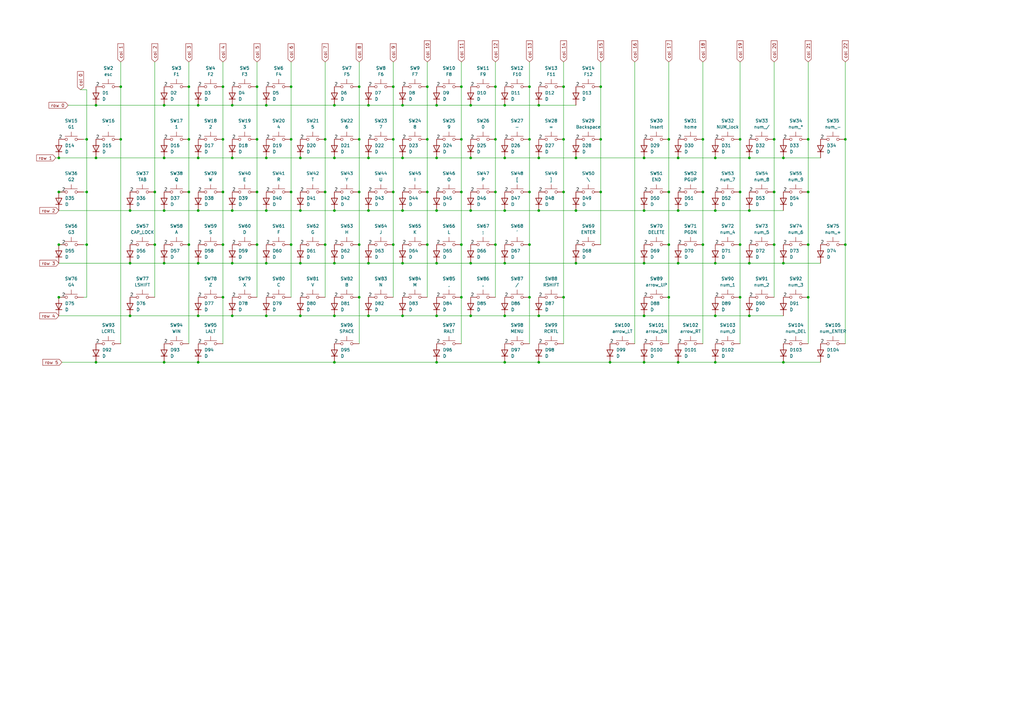
<source format=kicad_sch>
(kicad_sch (version 20231120) (generator "eeschema") (generator_version "8.0")
  (paper "A3")
  (junction (at 137.16 86.36))
  (junction (at 331.47 78.74))
  (junction (at 331.47 57.15))
  (junction (at 77.47 78.74))
  (junction (at 137.16 64.77))
  (junction (at 81.28 148.59))
  (junction (at 123.19 107.95))
  (junction (at 137.16 107.95))
  (junction (at 175.26 100.33))
  (junction (at 53.34 86.36))
  (junction (at 317.5 100.33))
  (junction (at 105.41 78.74))
  (junction (at 147.32 121.92))
  (junction (at 207.01 43.18))
  (junction (at 91.44 35.56))
  (junction (at 217.17 78.74))
  (junction (at 220.98 148.59))
  (junction (at 189.23 121.92))
  (junction (at 331.47 100.33))
  (junction (at 35.56 57.15))
  (junction (at 63.5 78.74))
  (junction (at 91.44 78.74))
  (junction (at 161.29 35.56))
  (junction (at 179.07 148.59))
  (junction (at 207.01 107.95))
  (junction (at 63.5 100.33))
  (junction (at 346.71 100.33))
  (junction (at 193.04 64.77))
  (junction (at 147.32 78.74))
  (junction (at 203.2 100.33))
  (junction (at 53.34 107.95))
  (junction (at 278.13 148.59))
  (junction (at 217.17 121.92))
  (junction (at 39.37 43.18))
  (junction (at 189.23 78.74))
  (junction (at 346.71 57.15))
  (junction (at 151.13 43.18))
  (junction (at 193.04 107.95))
  (junction (at 278.13 64.77))
  (junction (at 179.07 107.95))
  (junction (at 95.25 107.95))
  (junction (at 293.37 107.95))
  (junction (at 109.22 64.77))
  (junction (at 246.38 57.15))
  (junction (at 288.29 100.33))
  (junction (at 217.17 35.56))
  (junction (at 151.13 86.36))
  (junction (at 161.29 78.74))
  (junction (at 193.04 43.18))
  (junction (at 193.04 86.36))
  (junction (at 24.13 64.77))
  (junction (at 49.53 57.15))
  (junction (at 231.14 57.15))
  (junction (at 203.2 78.74))
  (junction (at 105.41 100.33))
  (junction (at 67.31 43.18))
  (junction (at 67.31 64.77))
  (junction (at 288.29 78.74))
  (junction (at 231.14 78.74))
  (junction (at 179.07 43.18))
  (junction (at 203.2 57.15))
  (junction (at 303.53 121.92))
  (junction (at 274.32 121.92))
  (junction (at 293.37 148.59))
  (junction (at 137.16 129.54))
  (junction (at 303.53 100.33))
  (junction (at 207.01 86.36))
  (junction (at 77.47 100.33))
  (junction (at 147.32 100.33))
  (junction (at 81.28 43.18))
  (junction (at 246.38 35.56))
  (junction (at 147.32 35.56))
  (junction (at 151.13 107.95))
  (junction (at 264.16 64.77))
  (junction (at 293.37 86.36))
  (junction (at 175.26 35.56))
  (junction (at 151.13 129.54))
  (junction (at 321.31 107.95))
  (junction (at 133.35 100.33))
  (junction (at 81.28 129.54))
  (junction (at 165.1 64.77))
  (junction (at 220.98 129.54))
  (junction (at 123.19 64.77))
  (junction (at 119.38 78.74))
  (junction (at 207.01 129.54))
  (junction (at 67.31 148.59))
  (junction (at 250.19 148.59))
  (junction (at 24.13 100.33))
  (junction (at 207.01 64.77))
  (junction (at 95.25 43.18))
  (junction (at 179.07 86.36))
  (junction (at 109.22 107.95))
  (junction (at 39.37 64.77))
  (junction (at 35.56 100.33))
  (junction (at 67.31 107.95))
  (junction (at 105.41 57.15))
  (junction (at 331.47 121.92))
  (junction (at 193.04 129.54))
  (junction (at 321.31 148.59))
  (junction (at 278.13 107.95))
  (junction (at 321.31 64.77))
  (junction (at 49.53 35.56))
  (junction (at 24.13 121.92))
  (junction (at 264.16 129.54))
  (junction (at 189.23 57.15))
  (junction (at 220.98 86.36))
  (junction (at 179.07 129.54))
  (junction (at 317.5 57.15))
  (junction (at 288.29 57.15))
  (junction (at 137.16 148.59))
  (junction (at 165.1 129.54))
  (junction (at 91.44 57.15))
  (junction (at 137.16 43.18))
  (junction (at 264.16 86.36))
  (junction (at 207.01 148.59))
  (junction (at 53.34 129.54))
  (junction (at 317.5 78.74))
  (junction (at 147.32 57.15))
  (junction (at 91.44 100.33))
  (junction (at 203.2 35.56))
  (junction (at 119.38 57.15))
  (junction (at 293.37 64.77))
  (junction (at 274.32 78.74))
  (junction (at 264.16 148.59))
  (junction (at 109.22 43.18))
  (junction (at 307.34 86.36))
  (junction (at 220.98 64.77))
  (junction (at 307.34 129.54))
  (junction (at 220.98 43.18))
  (junction (at 246.38 78.74))
  (junction (at 119.38 100.33))
  (junction (at 293.37 129.54))
  (junction (at 81.28 107.95))
  (junction (at 278.13 86.36))
  (junction (at 303.53 78.74))
  (junction (at 274.32 100.33))
  (junction (at 274.32 57.15))
  (junction (at 95.25 129.54))
  (junction (at 236.22 86.36))
  (junction (at 165.1 86.36))
  (junction (at 179.07 64.77))
  (junction (at 123.19 86.36))
  (junction (at 133.35 78.74))
  (junction (at 133.35 57.15))
  (junction (at 175.26 78.74))
  (junction (at 189.23 100.33))
  (junction (at 39.37 148.59))
  (junction (at 109.22 86.36))
  (junction (at 105.41 35.56))
  (junction (at 119.38 35.56))
  (junction (at 35.56 78.74))
  (junction (at 236.22 107.95))
  (junction (at 307.34 107.95))
  (junction (at 151.13 64.77))
  (junction (at 109.22 129.54))
  (junction (at 231.14 35.56))
  (junction (at 95.25 64.77))
  (junction (at 161.29 100.33))
  (junction (at 303.53 57.15))
  (junction (at 175.26 57.15))
  (junction (at 165.1 43.18))
  (junction (at 217.17 100.33))
  (junction (at 307.34 64.77))
  (junction (at 217.17 57.15))
  (junction (at 236.22 64.77))
  (junction (at 189.23 35.56))
  (junction (at 165.1 107.95))
  (junction (at 81.28 86.36))
  (junction (at 81.28 64.77))
  (junction (at 95.25 86.36))
  (junction (at 77.47 57.15))
  (junction (at 161.29 57.15))
  (junction (at 67.31 86.36))
  (junction (at 231.14 121.92))
  (junction (at 91.44 121.92))
  (junction (at 123.19 129.54))
  (junction (at 264.16 107.95))
  (junction (at 77.47 35.56))
  (junction (at 24.13 78.74))
  (wire (pts (xy 317.5 78.74) (xy 317.5 100.33)))
  (wire (pts (xy 179.07 107.95) (xy 193.04 107.95)))
  (wire (pts (xy 220.98 43.18) (xy 236.22 43.18)))
  (wire (pts (xy 175.26 100.33) (xy 175.26 121.92)))
  (wire (pts (xy 109.22 43.18) (xy 137.16 43.18)))
  (wire (pts (xy 217.17 25.4) (xy 217.17 35.56)))
  (wire (pts (xy 133.35 25.4) (xy 133.35 57.15)))
  (wire (pts (xy 53.34 107.95) (xy 67.31 107.95)))
  (wire (pts (xy 91.44 100.33) (xy 91.44 121.92)))
  (wire (pts (xy 193.04 107.95) (xy 207.01 107.95)))
  (wire (pts (xy 189.23 78.74) (xy 189.23 100.33)))
  (wire (pts (xy 165.1 64.77) (xy 179.07 64.77)))
  (wire (pts (xy 123.19 107.95) (xy 137.16 107.95)))
  (wire (pts (xy 179.07 86.36) (xy 193.04 86.36)))
  (wire (pts (xy 331.47 121.92) (xy 331.47 140.97)))
  (wire (pts (xy 137.16 43.18) (xy 151.13 43.18)))
  (wire (pts (xy 105.41 35.56) (xy 105.41 57.15)))
  (wire (pts (xy 105.41 57.15) (xy 105.41 78.74)))
  (wire (pts (xy 95.25 129.54) (xy 109.22 129.54)))
  (wire (pts (xy 95.25 86.36) (xy 109.22 86.36)))
  (wire (pts (xy 274.32 78.74) (xy 274.32 100.33)))
  (wire (pts (xy 293.37 129.54) (xy 307.34 129.54)))
  (wire (pts (xy 193.04 86.36) (xy 207.01 86.36)))
  (wire (pts (xy 24.13 107.95) (xy 53.34 107.95)))
  (wire (pts (xy 151.13 129.54) (xy 165.1 129.54)))
  (wire (pts (xy 53.34 86.36) (xy 67.31 86.36)))
  (wire (pts (xy 24.13 86.36) (xy 53.34 86.36)))
  (wire (pts (xy 217.17 57.15) (xy 217.17 78.74)))
  (wire (pts (xy 67.31 148.59) (xy 81.28 148.59)))
  (wire (pts (xy 91.44 35.56) (xy 91.44 57.15)))
  (wire (pts (xy 81.28 43.18) (xy 95.25 43.18)))
  (wire (pts (xy 278.13 64.77) (xy 293.37 64.77)))
  (wire (pts (xy 288.29 100.33) (xy 288.29 140.97)))
  (wire (pts (xy 274.32 57.15) (xy 274.32 78.74)))
  (wire (pts (xy 67.31 64.77) (xy 81.28 64.77)))
  (wire (pts (xy 207.01 107.95) (xy 236.22 107.95)))
  (wire (pts (xy 27.94 43.18) (xy 39.37 43.18)))
  (wire (pts (xy 274.32 121.92) (xy 274.32 140.97)))
  (wire (pts (xy 123.19 86.36) (xy 137.16 86.36)))
  (wire (pts (xy 95.25 43.18) (xy 109.22 43.18)))
  (wire (pts (xy 203.2 78.74) (xy 203.2 100.33)))
  (wire (pts (xy 217.17 100.33) (xy 217.17 121.92)))
  (wire (pts (xy 119.38 25.4) (xy 119.38 35.56)))
  (wire (pts (xy 317.5 57.15) (xy 317.5 78.74)))
  (wire (pts (xy 331.47 25.4) (xy 331.47 57.15)))
  (wire (pts (xy 151.13 43.18) (xy 165.1 43.18)))
  (wire (pts (xy 346.71 57.15) (xy 346.71 100.33)))
  (wire (pts (xy 35.56 57.15) (xy 35.56 78.74)))
  (wire (pts (xy 109.22 129.54) (xy 123.19 129.54)))
  (wire (pts (xy 35.56 78.74) (xy 35.56 100.33)))
  (wire (pts (xy 91.44 78.74) (xy 91.44 100.33)))
  (wire (pts (xy 346.71 25.4) (xy 346.71 57.15)))
  (wire (pts (xy 137.16 107.95) (xy 151.13 107.95)))
  (wire (pts (xy 203.2 35.56) (xy 203.2 57.15)))
  (wire (pts (xy 303.53 100.33) (xy 303.53 121.92)))
  (wire (pts (xy 137.16 64.77) (xy 151.13 64.77)))
  (wire (pts (xy 207.01 148.59) (xy 220.98 148.59)))
  (wire (pts (xy 39.37 64.77) (xy 67.31 64.77)))
  (wire (pts (xy 288.29 57.15) (xy 288.29 78.74)))
  (wire (pts (xy 236.22 64.77) (xy 264.16 64.77)))
  (wire (pts (xy 147.32 100.33) (xy 147.32 121.92)))
  (wire (pts (xy 307.34 107.95) (xy 321.31 107.95)))
  (wire (pts (xy 288.29 25.4) (xy 288.29 57.15)))
  (wire (pts (xy 81.28 129.54) (xy 95.25 129.54)))
  (wire (pts (xy 231.14 78.74) (xy 231.14 121.92)))
  (wire (pts (xy 303.53 57.15) (xy 303.53 78.74)))
  (wire (pts (xy 189.23 57.15) (xy 189.23 78.74)))
  (wire (pts (xy 63.5 78.74) (xy 63.5 100.33)))
  (wire (pts (xy 91.44 121.92) (xy 91.44 140.97)))
  (wire (pts (xy 33.02 36.83) (xy 35.56 36.83)))
  (wire (pts (xy 49.53 57.15) (xy 49.53 140.97)))
  (wire (pts (xy 105.41 78.74) (xy 105.41 100.33)))
  (wire (pts (xy 133.35 78.74) (xy 133.35 100.33)))
  (wire (pts (xy 119.38 78.74) (xy 119.38 100.33)))
  (wire (pts (xy 39.37 148.59) (xy 67.31 148.59)))
  (wire (pts (xy 207.01 86.36) (xy 220.98 86.36)))
  (wire (pts (xy 161.29 35.56) (xy 161.29 57.15)))
  (wire (pts (xy 260.35 25.4) (xy 260.35 140.97)))
  (wire (pts (xy 307.34 64.77) (xy 321.31 64.77)))
  (wire (pts (xy 77.47 25.4) (xy 77.47 35.56)))
  (wire (pts (xy 77.47 100.33) (xy 77.47 140.97)))
  (wire (pts (xy 161.29 100.33) (xy 161.29 121.92)))
  (wire (pts (xy 81.28 64.77) (xy 95.25 64.77)))
  (wire (pts (xy 231.14 35.56) (xy 231.14 57.15)))
  (wire (pts (xy 95.25 64.77) (xy 109.22 64.77)))
  (wire (pts (xy 151.13 86.36) (xy 165.1 86.36)))
  (wire (pts (xy 278.13 107.95) (xy 293.37 107.95)))
  (wire (pts (xy 105.41 25.4) (xy 105.41 35.56)))
  (wire (pts (xy 189.23 121.92) (xy 189.23 140.97)))
  (wire (pts (xy 151.13 107.95) (xy 165.1 107.95)))
  (wire (pts (xy 147.32 57.15) (xy 147.32 78.74)))
  (wire (pts (xy 67.31 43.18) (xy 81.28 43.18)))
  (wire (pts (xy 193.04 64.77) (xy 207.01 64.77)))
  (wire (pts (xy 303.53 78.74) (xy 303.53 100.33)))
  (wire (pts (xy 193.04 129.54) (xy 207.01 129.54)))
  (wire (pts (xy 193.04 43.18) (xy 207.01 43.18)))
  (wire (pts (xy 67.31 107.95) (xy 81.28 107.95)))
  (wire (pts (xy 91.44 57.15) (xy 91.44 78.74)))
  (wire (pts (xy 179.07 64.77) (xy 193.04 64.77)))
  (wire (pts (xy 321.31 107.95) (xy 336.55 107.95)))
  (wire (pts (xy 165.1 129.54) (xy 179.07 129.54)))
  (wire (pts (xy 246.38 57.15) (xy 246.38 78.74)))
  (wire (pts (xy 133.35 57.15) (xy 133.35 78.74)))
  (wire (pts (xy 231.14 57.15) (xy 231.14 78.74)))
  (wire (pts (xy 24.13 129.54) (xy 53.34 129.54)))
  (wire (pts (xy 35.56 36.83) (xy 35.56 57.15)))
  (wire (pts (xy 49.53 35.56) (xy 49.53 57.15)))
  (wire (pts (xy 165.1 107.95) (xy 179.07 107.95)))
  (wire (pts (xy 220.98 86.36) (xy 236.22 86.36)))
  (wire (pts (xy 207.01 43.18) (xy 220.98 43.18)))
  (wire (pts (xy 22.86 64.77) (xy 24.13 64.77)))
  (wire (pts (xy 109.22 64.77) (xy 123.19 64.77)))
  (wire (pts (xy 274.32 100.33) (xy 274.32 121.92)))
  (wire (pts (xy 24.13 100.33) (xy 25.4 100.33)))
  (wire (pts (xy 123.19 129.54) (xy 137.16 129.54)))
  (wire (pts (xy 346.71 100.33) (xy 346.71 140.97)))
  (wire (pts (xy 217.17 121.92) (xy 217.17 140.97)))
  (wire (pts (xy 293.37 148.59) (xy 321.31 148.59)))
  (wire (pts (xy 35.56 100.33) (xy 35.56 121.92)))
  (wire (pts (xy 264.16 148.59) (xy 278.13 148.59)))
  (wire (pts (xy 175.26 35.56) (xy 175.26 57.15)))
  (wire (pts (xy 161.29 25.4) (xy 161.29 35.56)))
  (wire (pts (xy 77.47 57.15) (xy 77.47 78.74)))
  (wire (pts (xy 217.17 35.56) (xy 217.17 57.15)))
  (wire (pts (xy 147.32 78.74) (xy 147.32 100.33)))
  (wire (pts (xy 288.29 78.74) (xy 288.29 100.33)))
  (wire (pts (xy 165.1 43.18) (xy 179.07 43.18)))
  (wire (pts (xy 293.37 107.95) (xy 307.34 107.95)))
  (wire (pts (xy 24.13 121.92) (xy 25.4 121.92)))
  (wire (pts (xy 189.23 100.33) (xy 189.23 121.92)))
  (wire (pts (xy 278.13 148.59) (xy 293.37 148.59)))
  (wire (pts (xy 175.26 78.74) (xy 175.26 100.33)))
  (wire (pts (xy 81.28 107.95) (xy 95.25 107.95)))
  (wire (pts (xy 321.31 64.77) (xy 336.55 64.77)))
  (wire (pts (xy 207.01 64.77) (xy 220.98 64.77)))
  (wire (pts (xy 274.32 25.4) (xy 274.32 57.15)))
  (wire (pts (xy 236.22 86.36) (xy 264.16 86.36)))
  (wire (pts (xy 303.53 25.4) (xy 303.53 57.15)))
  (wire (pts (xy 24.13 78.74) (xy 25.4 78.74)))
  (wire (pts (xy 236.22 107.95) (xy 264.16 107.95)))
  (wire (pts (xy 34.29 100.33) (xy 35.56 100.33)))
  (wire (pts (xy 119.38 100.33) (xy 119.38 121.92)))
  (wire (pts (xy 95.25 107.95) (xy 109.22 107.95)))
  (wire (pts (xy 77.47 78.74) (xy 77.47 100.33)))
  (wire (pts (xy 203.2 57.15) (xy 203.2 78.74)))
  (wire (pts (xy 331.47 57.15) (xy 331.47 78.74)))
  (wire (pts (xy 203.2 25.4) (xy 203.2 35.56)))
  (wire (pts (xy 307.34 86.36) (xy 321.31 86.36)))
  (wire (pts (xy 105.41 100.33) (xy 105.41 121.92)))
  (wire (pts (xy 67.31 86.36) (xy 81.28 86.36)))
  (wire (pts (xy 317.5 25.4) (xy 317.5 57.15)))
  (wire (pts (xy 207.01 129.54) (xy 220.98 129.54)))
  (wire (pts (xy 250.19 148.59) (xy 264.16 148.59)))
  (wire (pts (xy 147.32 25.4) (xy 147.32 35.56)))
  (wire (pts (xy 119.38 35.56) (xy 119.38 57.15)))
  (wire (pts (xy 81.28 148.59) (xy 137.16 148.59)))
  (wire (pts (xy 133.35 100.33) (xy 133.35 121.92)))
  (wire (pts (xy 81.28 86.36) (xy 95.25 86.36)))
  (wire (pts (xy 151.13 64.77) (xy 165.1 64.77)))
  (wire (pts (xy 293.37 86.36) (xy 307.34 86.36)))
  (wire (pts (xy 91.44 25.4) (xy 91.44 35.56)))
  (wire (pts (xy 63.5 25.4) (xy 63.5 78.74)))
  (wire (pts (xy 137.16 129.54) (xy 151.13 129.54)))
  (wire (pts (xy 24.13 64.77) (xy 39.37 64.77)))
  (wire (pts (xy 307.34 129.54) (xy 321.31 129.54)))
  (wire (pts (xy 220.98 148.59) (xy 250.19 148.59)))
  (wire (pts (xy 246.38 25.4) (xy 246.38 35.56)))
  (wire (pts (xy 203.2 100.33) (xy 203.2 121.92)))
  (wire (pts (xy 147.32 35.56) (xy 147.32 57.15)))
  (wire (pts (xy 293.37 64.77) (xy 307.34 64.77)))
  (wire (pts (xy 109.22 86.36) (xy 123.19 86.36)))
  (wire (pts (xy 231.14 25.4) (xy 231.14 35.56)))
  (wire (pts (xy 220.98 64.77) (xy 236.22 64.77)))
  (wire (pts (xy 189.23 35.56) (xy 189.23 57.15)))
  (wire (pts (xy 264.16 64.77) (xy 278.13 64.77)))
  (wire (pts (xy 331.47 100.33) (xy 331.47 121.92)))
  (wire (pts (xy 331.47 78.74) (xy 331.47 100.33)))
  (wire (pts (xy 137.16 148.59) (xy 179.07 148.59)))
  (wire (pts (xy 35.56 57.15) (xy 34.29 57.15)))
  (wire (pts (xy 231.14 121.92) (xy 231.14 140.97)))
  (wire (pts (xy 189.23 25.4) (xy 189.23 35.56)))
  (wire (pts (xy 220.98 129.54) (xy 264.16 129.54)))
  (wire (pts (xy 63.5 100.33) (xy 63.5 121.92)))
  (wire (pts (xy 321.31 148.59) (xy 336.55 148.59)))
  (wire (pts (xy 53.34 129.54) (xy 81.28 129.54)))
  (wire (pts (xy 109.22 107.95) (xy 123.19 107.95)))
  (wire (pts (xy 34.29 78.74) (xy 35.56 78.74)))
  (wire (pts (xy 179.07 148.59) (xy 207.01 148.59)))
  (wire (pts (xy 179.07 43.18) (xy 193.04 43.18)))
  (wire (pts (xy 246.38 35.56) (xy 246.38 57.15)))
  (wire (pts (xy 217.17 78.74) (xy 217.17 100.33)))
  (wire (pts (xy 123.19 64.77) (xy 137.16 64.77)))
  (wire (pts (xy 161.29 78.74) (xy 161.29 100.33)))
  (wire (pts (xy 39.37 43.18) (xy 67.31 43.18)))
  (wire (pts (xy 137.16 86.36) (xy 151.13 86.36)))
  (wire (pts (xy 35.56 121.92) (xy 34.29 121.92)))
  (wire (pts (xy 175.26 25.4) (xy 175.26 35.56)))
  (wire (pts (xy 161.29 57.15) (xy 161.29 78.74)))
  (wire (pts (xy 278.13 86.36) (xy 293.37 86.36)))
  (wire (pts (xy 147.32 121.92) (xy 147.32 140.97)))
  (wire (pts (xy 49.53 25.4) (xy 49.53 35.56)))
  (wire (pts (xy 25.4 148.59) (xy 39.37 148.59)))
  (wire (pts (xy 165.1 86.36) (xy 179.07 86.36)))
  (wire (pts (xy 119.38 57.15) (xy 119.38 78.74)))
  (wire (pts (xy 264.16 86.36) (xy 278.13 86.36)))
  (wire (pts (xy 246.38 78.74) (xy 246.38 100.33)))
  (wire (pts (xy 264.16 129.54) (xy 293.37 129.54)))
  (wire (pts (xy 175.26 57.15) (xy 175.26 78.74)))
  (wire (pts (xy 179.07 129.54) (xy 193.04 129.54)))
  (wire (pts (xy 264.16 107.95) (xy 278.13 107.95)))
  (wire (pts (xy 317.5 100.33) (xy 317.5 121.92)))
  (wire (pts (xy 77.47 35.56) (xy 77.47 57.15)))
  (wire (pts (xy 303.53 121.92) (xy 303.53 140.97)))
  (label "2" (at 193.04 57.15 0))
  (label "2" (at 151.13 35.56 0))
  (label "2" (at 207.01 121.92 0))
  (label "2" (at 81.28 140.97 0))
  (label "2" (at 151.13 121.92 0))
  (label "2" (at 220.98 35.56 0))
  (label "2" (at 193.04 35.56 0))
  (label "2" (at 179.07 57.15 0))
  (label "2" (at 39.37 140.97 0))
  (label "2" (at 53.34 121.92 0))
  (label "2" (at 165.1 78.74 0))
  (label "2" (at 137.16 100.33 0))
  (label "2" (at 109.22 35.56 0))
  (label "2" (at 151.13 57.15 0))
  (label "2" (at 95.25 121.92 0))
  (label "2" (at 67.31 140.97 0))
  (label "2" (at 81.28 78.74 0))
  (label "2" (at 264.16 100.33 0))
  (label "2" (at 24.13 57.15 0))
  (label "2" (at 137.16 57.15 0))
  (label "2" (at 321.31 57.15 0))
  (label "2" (at 25.4 121.92 0))
  (label "2" (at 123.19 57.15 0))
  (label "2" (at 336.55 100.33 0))
  (label "2" (at 207.01 35.56 0))
  (label "2" (at 151.13 100.33 0))
  (label "2" (at 81.28 121.92 0))
  (label "2" (at 179.07 100.33 0))
  (label "2" (at 278.13 78.74 0))
  (label "2" (at 193.04 78.74 0))
  (label "2" (at 137.16 78.74 0))
  (label "2" (at 264.16 140.97 0))
  (label "2" (at 109.22 121.92 0))
  (label "2" (at 264.16 57.15 0))
  (label "2" (at 123.19 100.33 0))
  (label "2" (at 321.31 78.74 0))
  (label "2" (at 293.37 121.92 0))
  (label "2" (at 220.98 121.92 0))
  (label "2" (at 307.34 100.33 0))
  (label "2" (at 137.16 140.97 0))
  (label "2" (at 67.31 57.15 0))
  (label "2" (at 236.22 100.33 0))
  (label "2" (at 165.1 100.33 0))
  (label "2" (at 95.25 78.74 0))
  (label "2" (at 123.19 78.74 0))
  (label "2" (at 179.07 121.92 0))
  (label "2" (at 123.19 121.92 0))
  (label "2" (at 95.25 57.15 0))
  (label "2" (at 109.22 57.15 0))
  (label "2" (at 81.28 100.33 0))
  (label "2" (at 307.34 57.15 0))
  (label "2" (at 53.34 78.74 0))
  (label "2" (at 278.13 57.15 0))
  (label "2" (at 39.37 35.56 0))
  (label "2" (at 165.1 57.15 0))
  (label "2" (at 293.37 78.74 0))
  (label "2" (at 137.16 35.56 0))
  (label "2" (at 293.37 100.33 0))
  (label "2" (at 207.01 140.97 0))
  (label "2" (at 264.16 78.74 0))
  (label "2" (at 109.22 78.74 0))
  (label "2" (at 278.13 100.33 0))
  (label "2" (at 236.22 78.74 0))
  (label "2" (at 53.34 100.33 0))
  (label "2" (at 307.34 78.74 0))
  (label "2" (at 220.98 78.74 0))
  (label "2" (at 25.4 100.33 0))
  (label "2" (at 336.55 140.97 0))
  (label "2" (at 165.1 35.56 0))
  (label "2" (at 321.31 121.92 0))
  (label "2" (at 207.01 78.74 0))
  (label "2" (at 67.31 100.33 0))
  (label "2" (at 67.31 78.74 0))
  (label "2" (at 95.25 35.56 0))
  (label "2" (at 236.22 35.56 0))
  (label "2" (at 193.04 100.33 0))
  (label "2" (at 165.1 121.92 0))
  (label "2" (at 293.37 140.97 0))
  (label "2" (at 278.13 140.97 0))
  (label "2" (at 179.07 35.56 0))
  (label "2" (at 25.4 78.74 0))
  (label "2" (at 336.55 57.15 0))
  (label "2" (at 81.28 35.56 0))
  (label "2" (at 39.37 57.15 0))
  (label "2" (at 207.01 57.15 0))
  (label "2" (at 193.04 121.92 0))
  (label "2" (at 236.22 57.15 0))
  (label "2" (at 321.31 140.97 0))
  (label "2" (at 95.25 100.33 0))
  (label "2" (at 179.07 78.74 0))
  (label "2" (at 67.31 35.56 0))
  (label "2" (at 109.22 100.33 0))
  (label "2" (at 220.98 57.15 0))
  (label "2" (at 321.31 100.33 0))
  (label "2" (at 264.16 121.92 0))
  (label "2" (at 250.19 140.97 0))
  (label "2" (at 293.37 57.15 0))
  (label "2" (at 151.13 78.74 0))
  (label "2" (at 81.28 57.15 0))
  (label "2" (at 220.98 140.97 0))
  (label "2" (at 307.34 121.92 0))
  (label "2" (at 179.07 140.97 0))
  (label "2" (at 207.01 100.33 0))
  (label "2" (at 137.16 121.92 0))
  (global_label "row 5" (shape input) (at 25.4 148.59 180) (property "Intersheetrefs" "${INTERSHEET_REFS}" (effects (hide yes))))
  (global_label "col 10" (shape input) (at 175.26 25.4 90) (property "Intersheetrefs" "${INTERSHEET_REFS}" (effects (hide yes))))
  (global_label "row 1" (shape input) (at 22.86 64.77 180) (property "Intersheetrefs" "${INTERSHEET_REFS}" (effects (hide yes))))
  (global_label "col 9" (shape input) (at 161.29 25.4 90) (property "Intersheetrefs" "${INTERSHEET_REFS}" (effects (hide yes))))
  (global_label "col 5" (shape input) (at 105.41 25.4 90) (property "Intersheetrefs" "${INTERSHEET_REFS}" (effects (hide yes))))
  (global_label "col 4" (shape input) (at 91.44 25.4 90) (property "Intersheetrefs" "${INTERSHEET_REFS}" (effects (hide yes))))
  (global_label "col 13" (shape input) (at 217.17 25.4 90) (property "Intersheetrefs" "${INTERSHEET_REFS}" (effects (hide yes))))
  (global_label "row 0" (shape input) (at 27.94 43.18 180) (property "Intersheetrefs" "${INTERSHEET_REFS}" (effects (hide yes))))
  (global_label "col 15" (shape input) (at 246.38 25.4 90) (property "Intersheetrefs" "${INTERSHEET_REFS}" (effects (hide yes))))
  (global_label "col 2" (shape input) (at 63.5 25.4 90) (property "Intersheetrefs" "${INTERSHEET_REFS}" (effects (hide yes))))
  (global_label "col 17" (shape input) (at 274.32 25.4 90) (property "Intersheetrefs" "${INTERSHEET_REFS}" (effects (hide yes))))
  (global_label "row 4" (shape input) (at 24.13 129.54 180) (property "Intersheetrefs" "${INTERSHEET_REFS}" (effects (hide yes))))
  (global_label "col 21" (shape input) (at 331.47 25.4 90) (property "Intersheetrefs" "${INTERSHEET_REFS}" (effects (hide yes))))
  (global_label "col 1" (shape input) (at 49.53 25.4 90) (property "Intersheetrefs" "${INTERSHEET_REFS}" (effects (hide yes))))
  (global_label "col 3" (shape input) (at 77.47 25.4 90) (property "Intersheetrefs" "${INTERSHEET_REFS}" (effects (hide yes))))
  (global_label "col 16" (shape input) (at 260.35 25.4 90) (property "Intersheetrefs" "${INTERSHEET_REFS}" (effects (hide yes))))
  (global_label "row 3" (shape input) (at 24.13 107.95 180) (property "Intersheetrefs" "${INTERSHEET_REFS}" (effects (hide yes))))
  (global_label "col 22" (shape input) (at 346.71 25.4 90) (property "Intersheetrefs" "${INTERSHEET_REFS}" (effects (hide yes))))
  (global_label "col 12" (shape input) (at 203.2 25.4 90) (property "Intersheetrefs" "${INTERSHEET_REFS}" (effects (hide yes))))
  (global_label "col 14" (shape input) (at 231.14 25.4 90) (property "Intersheetrefs" "${INTERSHEET_REFS}" (effects (hide yes))))
  (global_label "col 0" (shape input) (at 33.02 36.83 90) (property "Intersheetrefs" "${INTERSHEET_REFS}" (effects (hide yes))))
  (global_label "col 8" (shape input) (at 147.32 25.4 90) (property "Intersheetrefs" "${INTERSHEET_REFS}" (effects (hide yes))))
  (global_label "col 18" (shape input) (at 288.29 25.4 90) (property "Intersheetrefs" "${INTERSHEET_REFS}" (effects (hide yes))))
  (global_label "col 11" (shape input) (at 189.23 25.4 90) (property "Intersheetrefs" "${INTERSHEET_REFS}" (effects (hide yes))))
  (global_label "col 7" (shape input) (at 133.35 25.4 90) (property "Intersheetrefs" "${INTERSHEET_REFS}" (effects (hide yes))))
  (global_label "row 2" (shape input) (at 24.13 86.36 180) (property "Intersheetrefs" "${INTERSHEET_REFS}" (effects (hide yes))))
  (global_label "col 20" (shape input) (at 317.5 25.4 90) (property "Intersheetrefs" "${INTERSHEET_REFS}" (effects (hide yes))))
  (global_label "col 6" (shape input) (at 119.38 25.4 90) (property "Intersheetrefs" "${INTERSHEET_REFS}" (effects (hide yes))))
  (global_label "col 19" (shape input) (at 303.53 25.4 90) (property "Intersheetrefs" "${INTERSHEET_REFS}" (effects (hide yes))))
  (symbol (lib_id "Device:D") (at 307.34 104.14 90) (unit 1)
    (property "Reference" "D72" (at 309.88 102.8699 90) (effects (justify right)))
    (property "Value" "D" (at 309.88 105.4099 90) (effects (justify right)))
    (property "Footprint" "Diode_SMD:D_0201_0603Metric_Pad0.64x0.40mm_HandSolder" (effects (hide yes)))
    (property "Description" "Diode" (effects (hide yes)))
    (property "Sim.Device" "D" (effects (hide yes)))
    (property "Sim.Pins" "1=K 2=A" (effects (hide yes)))
  )
  (symbol (lib_id "Switch:SW_Push") (at 72.39 140.97 0) (unit 1)
    (property "Reference" "SW94" (at 72.39 133.35 0))
    (property "Value" "WIN" (at 72.39 135.89 0))
    (property "Description" "Push button switch, generic, two pins" (effects (hide yes)))
  )
  (symbol (lib_id "Switch:SW_Push") (at 269.24 100.33 0) (unit 1)
    (property "Reference" "SW70" (at 269.24 92.71 0))
    (property "Value" "DELETE" (at 269.24 95.25 0))
    (property "Description" "Push button switch, generic, two pins" (effects (hide yes)))
  )
  (symbol (lib_id "Switch:SW_Push") (at 212.09 100.33 0) (unit 1)
    (property "Reference" "SW68" (at 212.09 92.71 0))
    (property "Value" "'" (at 212.09 95.25 0))
    (property "Description" "Push button switch, generic, two pins" (effects (hide yes)))
  )
  (symbol (lib_id "Switch:SW_Push") (at 128.27 121.92 0) (unit 1)
    (property "Reference" "SW81" (at 128.27 114.3 0))
    (property "Value" "V" (at 128.27 116.84 0))
    (property "Description" "Push button switch, generic, two pins" (effects (hide yes)))
  )
  (symbol (lib_id "Device:D") (at 137.16 125.73 90) (unit 1)
    (property "Reference" "D81" (at 139.7 124.4599 90) (effects (justify right)))
    (property "Value" "D" (at 139.7 126.9999 90) (effects (justify right)))
    (property "Footprint" "Diode_SMD:D_0201_0603Metric_Pad0.64x0.40mm_HandSolder" (effects (hide yes)))
    (property "Description" "Diode" (effects (hide yes)))
    (property "Sim.Device" "D" (effects (hide yes)))
    (property "Sim.Pins" "1=K 2=A" (effects (hide yes)))
  )
  (symbol (lib_id "Switch:SW_Push") (at 114.3 121.92 0) (unit 1)
    (property "Reference" "SW80" (at 114.3 114.3 0))
    (property "Value" "C" (at 114.3 116.84 0))
    (property "Description" "Push button switch, generic, two pins" (effects (hide yes)))
  )
  (symbol (lib_id "Device:D") (at 123.19 125.73 90) (unit 1)
    (property "Reference" "D80" (at 125.73 124.4599 90) (effects (justify right)))
    (property "Value" "D" (at 125.73 126.9999 90) (effects (justify right)))
    (property "Footprint" "Diode_SMD:D_0201_0603Metric_Pad0.64x0.40mm_HandSolder" (effects (hide yes)))
    (property "Description" "Diode" (effects (hide yes)))
    (property "Sim.Device" "D" (effects (hide yes)))
    (property "Sim.Pins" "1=K 2=A" (effects (hide yes)))
  )
  (symbol (lib_id "Device:D") (at 165.1 82.55 90) (unit 1)
    (property "Reference" "D44" (at 167.64 81.2799 90) (effects (justify right)))
    (property "Value" "D" (at 167.64 83.8199 90) (effects (justify right)))
    (property "Footprint" "Diode_SMD:D_0201_0603Metric_Pad0.64x0.40mm_HandSolder" (effects (hide yes)))
    (property "Description" "Diode" (effects (hide yes)))
    (property "Sim.Device" "D" (effects (hide yes)))
    (property "Sim.Pins" "1=K 2=A" (effects (hide yes)))
  )
  (symbol (lib_id "Switch:SW_Push") (at 142.24 100.33 0) (unit 1)
    (property "Reference" "SW63" (at 142.24 92.71 0))
    (property "Value" "H" (at 142.24 95.25 0))
    (property "Description" "Push button switch, generic, two pins" (effects (hide yes)))
  )
  (symbol (lib_id "Device:D") (at 53.34 125.73 90) (unit 1)
    (property "Reference" "D76" (at 55.88 124.4599 90) (effects (justify right)))
    (property "Value" "D" (at 55.88 126.9999 90) (effects (justify right)))
    (property "Footprint" "Diode_SMD:D_0201_0603Metric_Pad0.64x0.40mm_HandSolder" (effects (hide yes)))
    (property "Description" "Diode" (effects (hide yes)))
    (property "Sim.Device" "D" (effects (hide yes)))
    (property "Sim.Pins" "1=K 2=A" (effects (hide yes)))
  )
  (symbol (lib_id "Device:D") (at 264.16 125.73 90) (unit 1)
    (property "Reference" "D88" (at 266.7 124.4599 90) (effects (justify right)))
    (property "Value" "D" (at 266.7 126.9999 90) (effects (justify right)))
    (property "Footprint" "Diode_SMD:D_0201_0603Metric_Pad0.64x0.40mm_HandSolder" (effects (hide yes)))
    (property "Description" "Diode" (effects (hide yes)))
    (property "Sim.Device" "D" (effects (hide yes)))
    (property "Sim.Pins" "1=K 2=A" (effects (hide yes)))
  )
  (symbol (lib_id "Switch:SW_Push") (at 298.45 57.15 0) (unit 1)
    (property "Reference" "SW32" (at 298.45 49.53 0))
    (property "Value" "NUM_lock" (at 298.45 52.07 0))
    (property "Description" "Push button switch, generic, two pins" (effects (hide yes)))
  )
  (symbol (lib_id "Device:D") (at 137.16 144.78 90) (unit 1)
    (property "Reference" "D95" (at 139.7 143.5099 90) (effects (justify right)))
    (property "Value" "D" (at 139.7 146.0499 90) (effects (justify right)))
    (property "Footprint" "Diode_SMD:D_0201_0603Metric_Pad0.64x0.40mm_HandSolder" (effects (hide yes)))
    (property "Description" "Diode" (effects (hide yes)))
    (property "Sim.Device" "D" (effects (hide yes)))
    (property "Sim.Pins" "1=K 2=A" (effects (hide yes)))
  )
  (symbol (lib_id "Device:D") (at 220.98 125.73 90) (unit 1)
    (property "Reference" "D87" (at 223.52 124.4599 90) (effects (justify right)))
    (property "Value" "D" (at 223.52 126.9999 90) (effects (justify right)))
    (property "Footprint" "Diode_SMD:D_0201_0603Metric_Pad0.64x0.40mm_HandSolder" (effects (hide yes)))
    (property "Description" "Diode" (effects (hide yes)))
    (property "Sim.Device" "D" (effects (hide yes)))
    (property "Sim.Pins" "1=K 2=A" (effects (hide yes)))
  )
  (symbol (lib_id "Device:D") (at 193.04 82.55 90) (unit 1)
    (property "Reference" "D46" (at 195.58 81.2799 90) (effects (justify right)))
    (property "Value" "D" (at 195.58 83.8199 90) (effects (justify right)))
    (property "Footprint" "Diode_SMD:D_0201_0603Metric_Pad0.64x0.40mm_HandSolder" (effects (hide yes)))
    (property "Description" "Diode" (effects (hide yes)))
    (property "Sim.Device" "D" (effects (hide yes)))
    (property "Sim.Pins" "1=K 2=A" (effects (hide yes)))
  )
  (symbol (lib_id "Switch:SW_Push") (at 86.36 121.92 0) (unit 1)
    (property "Reference" "SW78" (at 86.36 114.3 0))
    (property "Value" "Z" (at 86.36 116.84 0))
    (property "Description" "Push button switch, generic, two pins" (effects (hide yes)))
  )
  (symbol (lib_id "Switch:SW_Push") (at 72.39 35.56 0) (unit 1)
    (property "Reference" "SW3" (at 72.39 27.94 0))
    (property "Value" "F1" (at 72.39 30.48 0))
    (property "Description" "Push button switch, generic, two pins" (effects (hide yes)))
  )
  (symbol (lib_id "Device:D") (at 109.22 125.73 90) (unit 1)
    (property "Reference" "D79" (at 111.76 124.4599 90) (effects (justify right)))
    (property "Value" "D" (at 111.76 126.9999 90) (effects (justify right)))
    (property "Footprint" "Diode_SMD:D_0201_0603Metric_Pad0.64x0.40mm_HandSolder" (effects (hide yes)))
    (property "Description" "Diode" (effects (hide yes)))
    (property "Sim.Device" "D" (effects (hide yes)))
    (property "Sim.Pins" "1=K 2=A" (effects (hide yes)))
  )
  (symbol (lib_id "Device:D") (at 250.19 144.78 90) (unit 1)
    (property "Reference" "D99" (at 252.73 143.5099 90) (effects (justify right)))
    (property "Value" "D" (at 252.73 146.0499 90) (effects (justify right)))
    (property "Footprint" "Diode_SMD:D_0201_0603Metric_Pad0.64x0.40mm_HandSolder" (effects (hide yes)))
    (property "Description" "Diode" (effects (hide yes)))
    (property "Sim.Device" "D" (effects (hide yes)))
    (property "Sim.Pins" "1=K 2=A" (effects (hide yes)))
  )
  (symbol (lib_id "Device:D") (at 220.98 39.37 90) (unit 1)
    (property "Reference" "D12" (at 223.52 38.0999 90) (effects (justify right)))
    (property "Value" "D" (at 223.52 40.6399 90) (effects (justify right)))
    (property "Footprint" "Diode_SMD:D_0201_0603Metric_Pad0.64x0.40mm_HandSolder" (effects (hide yes)))
    (property "Description" "Diode" (effects (hide yes)))
    (property "Sim.Device" "D" (effects (hide yes)))
    (property "Sim.Pins" "1=K 2=A" (effects (hide yes)))
  )
  (symbol (lib_id "Switch:SW_Push") (at 128.27 78.74 0) (unit 1)
    (property "Reference" "SW42" (at 128.27 71.12 0))
    (property "Value" "T" (at 128.27 73.66 0))
    (property "Description" "Push button switch, generic, two pins" (effects (hide yes)))
  )
  (symbol (lib_id "Switch:SW_Push") (at 241.3 57.15 0) (unit 1)
    (property "Reference" "SW29" (at 241.3 49.53 0))
    (property "Value" "Backspace" (at 241.3 52.07 0))
    (property "Description" "Push button switch, generic, two pins" (effects (hide yes)))
  )
  (symbol (lib_id "Device:D") (at 336.55 60.96 90) (unit 1)
    (property "Reference" "D34" (at 339.09 59.6899 90) (effects (justify right)))
    (property "Value" "D" (at 339.09 62.2299 90) (effects (justify right)))
    (property "Footprint" "Diode_SMD:D_0201_0603Metric_Pad0.64x0.40mm_HandSolder" (effects (hide yes)))
    (property "Description" "Diode" (effects (hide yes)))
    (property "Sim.Device" "D" (effects (hide yes)))
    (property "Sim.Pins" "1=K 2=A" (effects (hide yes)))
  )
  (symbol (lib_id "Switch:SW_Push") (at 29.21 100.33 0) (unit 1)
    (property "Reference" "SW56" (at 29.21 92.71 0))
    (property "Value" "G3" (at 29.21 95.25 0))
    (property "Description" "Push button switch, generic, two pins" (effects (hide yes)))
  )
  (symbol (lib_id "Device:D") (at 81.28 82.55 90) (unit 1)
    (property "Reference" "D38" (at 83.82 81.2799 90) (effects (justify right)))
    (property "Value" "D" (at 83.82 83.8199 90) (effects (justify right)))
    (property "Footprint" "Diode_SMD:D_0201_0603Metric_Pad0.64x0.40mm_HandSolder" (effects (hide yes)))
    (property "Description" "Diode" (effects (hide yes)))
    (property "Sim.Device" "D" (effects (hide yes)))
    (property "Sim.Pins" "1=K 2=A" (effects (hide yes)))
  )
  (symbol (lib_id "Switch:SW_Push") (at 341.63 57.15 0) (unit 1)
    (property "Reference" "SW35" (at 341.63 49.53 0))
    (property "Value" "num_-" (at 341.63 52.07 0))
    (property "Description" "Push button switch, generic, two pins" (effects (hide yes)))
  )
  (symbol (lib_id "Switch:SW_Push") (at 198.12 78.74 0) (unit 1)
    (property "Reference" "SW47" (at 198.12 71.12 0))
    (property "Value" "P" (at 198.12 73.66 0))
    (property "Description" "Push button switch, generic, two pins" (effects (hide yes)))
  )
  (symbol (lib_id "Device:D") (at 151.13 104.14 90) (unit 1)
    (property "Reference" "D63" (at 153.67 102.8699 90) (effects (justify right)))
    (property "Value" "D" (at 153.67 105.4099 90) (effects (justify right)))
    (property "Footprint" "Diode_SMD:D_0201_0603Metric_Pad0.64x0.40mm_HandSolder" (effects (hide yes)))
    (property "Description" "Diode" (effects (hide yes)))
    (property "Sim.Device" "D" (effects (hide yes)))
    (property "Sim.Pins" "1=K 2=A" (effects (hide yes)))
  )
  (symbol (lib_id "Device:D") (at 236.22 82.55 90) (unit 1)
    (property "Reference" "D49" (at 238.76 81.2799 90) (effects (justify right)))
    (property "Value" "D" (at 238.76 83.8199 90) (effects (justify right)))
    (property "Footprint" "Diode_SMD:D_0201_0603Metric_Pad0.64x0.40mm_HandSolder" (effects (hide yes)))
    (property "Description" "Diode" (effects (hide yes)))
    (property "Sim.Device" "D" (effects (hide yes)))
    (property "Sim.Pins" "1=K 2=A" (effects (hide yes)))
  )
  (symbol (lib_id "Switch:SW_Push") (at 142.24 121.92 0) (unit 1)
    (property "Reference" "SW82" (at 142.24 114.3 0))
    (property "Value" "B" (at 142.24 116.84 0))
    (property "Description" "Push button switch, generic, two pins" (effects (hide yes)))
  )
  (symbol (lib_id "Switch:SW_Push") (at 100.33 35.56 0) (unit 1)
    (property "Reference" "SW5" (at 100.33 27.94 0))
    (property "Value" "F3" (at 100.33 30.48 0))
    (property "Description" "Push button switch, generic, two pins" (effects (hide yes)))
  )
  (symbol (lib_id "Device:D") (at 24.13 125.73 90) (unit 1)
    (property "Reference" "D75" (at 26.67 124.4599 90) (effects (justify right)))
    (property "Value" "D" (at 26.67 126.9999 90) (effects (justify right)))
    (property "Footprint" "Diode_SMD:D_0201_0603Metric_Pad0.64x0.40mm_HandSolder" (effects (hide yes)))
    (property "Description" "Diode" (effects (hide yes)))
    (property "Sim.Device" "D" (effects (hide yes)))
    (property "Sim.Pins" "1=K 2=A" (effects (hide yes)))
  )
  (symbol (lib_id "Device:D") (at 193.04 39.37 90) (unit 1)
    (property "Reference" "D10" (at 195.58 38.0999 90) (effects (justify right)))
    (property "Value" "D" (at 195.58 40.6399 90) (effects (justify right)))
    (property "Footprint" "Diode_SMD:D_0201_0603Metric_Pad0.64x0.40mm_HandSolder" (effects (hide yes)))
    (property "Description" "Diode" (effects (hide yes)))
    (property "Sim.Device" "D" (effects (hide yes)))
    (property "Sim.Pins" "1=K 2=A" (effects (hide yes)))
  )
  (symbol (lib_id "Switch:SW_Push") (at 128.27 57.15 0) (unit 1)
    (property "Reference" "SW21" (at 128.27 49.53 0))
    (property "Value" "5" (at 128.27 52.07 0))
    (property "Description" "Push button switch, generic, two pins" (effects (hide yes)))
  )
  (symbol (lib_id "Device:D") (at 24.13 60.96 90) (unit 1)
    (property "Reference" "D14" (at 26.67 59.6899 90) (effects (justify right)))
    (property "Value" "D" (at 26.67 62.2299 90) (effects (justify right)))
    (property "Footprint" "Diode_SMD:D_0201_0603Metric_Pad0.64x0.40mm_HandSolder" (effects (hide yes)))
    (property "Description" "Diode" (effects (hide yes)))
    (property "Sim.Device" "D" (effects (hide yes)))
    (property "Sim.Pins" "1=K 2=A" (effects (hide yes)))
  )
  (symbol (lib_id "Switch:SW_Push") (at 298.45 140.97 0) (unit 1)
    (property "Reference" "SW103" (at 298.45 133.35 0))
    (property "Value" "num_0" (at 298.45 135.89 0))
    (property "Description" "Push button switch, generic, two pins" (effects (hide yes)))
  )
  (symbol (lib_id "Device:D") (at 307.34 82.55 90) (unit 1)
    (property "Reference" "D53" (at 309.88 81.2799 90) (effects (justify right)))
    (property "Value" "D" (at 309.88 83.8199 90) (effects (justify right)))
    (property "Footprint" "Diode_SMD:D_0201_0603Metric_Pad0.64x0.40mm_HandSolder" (effects (hide yes)))
    (property "Description" "Diode" (effects (hide yes)))
    (property "Sim.Device" "D" (effects (hide yes)))
    (property "Sim.Pins" "1=K 2=A" (effects (hide yes)))
  )
  (symbol (lib_id "Device:D") (at 39.37 144.78 90) (unit 1)
    (property "Reference" "D92" (at 41.91 143.5099 90) (effects (justify right)))
    (property "Value" "D" (at 41.91 146.0499 90) (effects (justify right)))
    (property "Footprint" "Diode_SMD:D_0201_0603Metric_Pad0.64x0.40mm_HandSolder" (effects (hide yes)))
    (property "Description" "Diode" (effects (hide yes)))
    (property "Sim.Device" "D" (effects (hide yes)))
    (property "Sim.Pins" "1=K 2=A" (effects (hide yes)))
  )
  (symbol (lib_id "Switch:SW_Push") (at 269.24 78.74 0) (unit 1)
    (property "Reference" "SW51" (at 269.24 71.12 0))
    (property "Value" "END" (at 269.24 73.66 0))
    (property "Description" "Push button switch, generic, two pins" (effects (hide yes)))
  )
  (symbol (lib_id "Device:D") (at 293.37 104.14 90) (unit 1)
    (property "Reference" "D71" (at 295.91 102.8699 90) (effects (justify right)))
    (property "Value" "D" (at 295.91 105.4099 90) (effects (justify right)))
    (property "Footprint" "Diode_SMD:D_0201_0603Metric_Pad0.64x0.40mm_HandSolder" (effects (hide yes)))
    (property "Description" "Diode" (effects (hide yes)))
    (property "Sim.Device" "D" (effects (hide yes)))
    (property "Sim.Pins" "1=K 2=A" (effects (hide yes)))
  )
  (symbol (lib_id "Device:D") (at 95.25 39.37 90) (unit 1)
    (property "Reference" "D4" (at 97.79 38.0999 90) (effects (justify right)))
    (property "Value" "D" (at 97.79 40.6399 90) (effects (justify right)))
    (property "Footprint" "Diode_SMD:D_0201_0603Metric_Pad0.64x0.40mm_HandSolder" (effects (hide yes)))
    (property "Description" "Diode" (effects (hide yes)))
    (property "Sim.Device" "D" (effects (hide yes)))
    (property "Sim.Pins" "1=K 2=A" (effects (hide yes)))
  )
  (symbol (lib_id "Device:D") (at 95.25 104.14 90) (unit 1)
    (property "Reference" "D59" (at 97.79 102.8699 90) (effects (justify right)))
    (property "Value" "D" (at 97.79 105.4099 90) (effects (justify right)))
    (property "Footprint" "Diode_SMD:D_0201_0603Metric_Pad0.64x0.40mm_HandSolder" (effects (hide yes)))
    (property "Description" "Diode" (effects (hide yes)))
    (property "Sim.Device" "D" (effects (hide yes)))
    (property "Sim.Pins" "1=K 2=A" (effects (hide yes)))
  )
  (symbol (lib_id "Device:D") (at 220.98 144.78 90) (unit 1)
    (property "Reference" "D98" (at 223.52 143.5099 90) (effects (justify right)))
    (property "Value" "D" (at 223.52 146.0499 90) (effects (justify right)))
    (property "Footprint" "Diode_SMD:D_0201_0603Metric_Pad0.64x0.40mm_HandSolder" (effects (hide yes)))
    (property "Description" "Diode" (effects (hide yes)))
    (property "Sim.Device" "D" (effects (hide yes)))
    (property "Sim.Pins" "1=K 2=A" (effects (hide yes)))
  )
  (symbol (lib_id "Switch:SW_Push") (at 298.45 121.92 0) (unit 1)
    (property "Reference" "SW90" (at 298.45 114.3 0))
    (property "Value" "num_1" (at 298.45 116.84 0))
    (property "Description" "Push button switch, generic, two pins" (effects (hide yes)))
  )
  (symbol (lib_id "Switch:SW_Push") (at 312.42 100.33 0) (unit 1)
    (property "Reference" "SW73" (at 312.42 92.71 0))
    (property "Value" "num_5" (at 312.42 95.25 0))
    (property "Description" "Push button switch, generic, two pins" (effects (hide yes)))
  )
  (symbol (lib_id "Device:D") (at 39.37 39.37 90) (unit 1)
    (property "Reference" "D1" (at 41.91 38.0999 90) (effects (justify right)))
    (property "Value" "D" (at 41.91 40.6399 90) (effects (justify right)))
    (property "Footprint" "Diode_SMD:D_0201_0603Metric_Pad0.64x0.40mm_HandSolder" (effects (hide yes)))
    (property "Description" "Diode" (effects (hide yes)))
    (property "Sim.Device" "D" (effects (hide yes)))
    (property "Sim.Pins" "1=K 2=A" (effects (hide yes)))
  )
  (symbol (lib_id "Switch:SW_Push") (at 86.36 100.33 0) (unit 1)
    (property "Reference" "SW59" (at 86.36 92.71 0))
    (property "Value" "S" (at 86.36 95.25 0))
    (property "Description" "Push button switch, generic, two pins" (effects (hide yes)))
  )
  (symbol (lib_id "Device:D") (at 293.37 60.96 90) (unit 1)
    (property "Reference" "D31" (at 295.91 59.6899 90) (effects (justify right)))
    (property "Value" "D" (at 295.91 62.2299 90) (effects (justify right)))
    (property "Footprint" "Diode_SMD:D_0201_0603Metric_Pad0.64x0.40mm_HandSolder" (effects (hide yes)))
    (property "Description" "Diode" (effects (hide yes)))
    (property "Sim.Device" "D" (effects (hide yes)))
    (property "Sim.Pins" "1=K 2=A" (effects (hide yes)))
  )
  (symbol (lib_id "Switch:SW_Push") (at 86.36 35.56 0) (unit 1)
    (property "Reference" "SW4" (at 86.36 27.94 0))
    (property "Value" "F2" (at 86.36 30.48 0))
    (property "Description" "Push button switch, generic, two pins" (effects (hide yes)))
  )
  (symbol (lib_id "Switch:SW_Push") (at 184.15 121.92 0) (unit 1)
    (property "Reference" "SW85" (at 184.15 114.3 0))
    (property "Value" "," (at 184.15 116.84 0))
    (property "Description" "Push button switch, generic, two pins" (effects (hide yes)))
  )
  (symbol (lib_id "Switch:SW_Push") (at 341.63 140.97 0) (unit 1)
    (property "Reference" "SW105" (at 341.63 133.35 0))
    (property "Value" "num_ENTER" (at 341.63 135.89 0))
    (property "Description" "Push button switch, generic, two pins" (effects (hide yes)))
  )
  (symbol (lib_id "Device:D") (at 95.25 125.73 90) (unit 1)
    (property "Reference" "D78" (at 97.79 124.4599 90) (effects (justify right)))
    (property "Value" "D" (at 97.79 126.9999 90) (effects (justify right)))
    (property "Footprint" "Diode_SMD:D_0201_0603Metric_Pad0.64x0.40mm_HandSolder" (effects (hide yes)))
    (property "Description" "Diode" (effects (hide yes)))
    (property "Sim.Device" "D" (effects (hide yes)))
    (property "Sim.Pins" "1=K 2=A" (effects (hide yes)))
  )
  (symbol (lib_id "Switch:SW_Push") (at 142.24 78.74 0) (unit 1)
    (property "Reference" "SW43" (at 142.24 71.12 0))
    (property "Value" "Y" (at 142.24 73.66 0))
    (property "Description" "Push button switch, generic, two pins" (effects (hide yes)))
  )
  (symbol (lib_id "Switch:SW_Push") (at 58.42 100.33 0) (unit 1)
    (property "Reference" "SW57" (at 58.42 92.71 0))
    (property "Value" "CAP_LOCK" (at 58.42 95.25 0))
    (property "Description" "Push button switch, generic, two pins" (effects (hide yes)))
  )
  (symbol (lib_id "Device:D") (at 81.28 125.73 90) (unit 1)
    (property "Reference" "D77" (at 83.82 124.4599 90) (effects (justify right)))
    (property "Value" "D" (at 83.82 126.9999 90) (effects (justify right)))
    (property "Footprint" "Diode_SMD:D_0201_0603Metric_Pad0.64x0.40mm_HandSolder" (effects (hide yes)))
    (property "Description" "Diode" (effects (hide yes)))
    (property "Sim.Device" "D" (effects (hide yes)))
    (property "Sim.Pins" "1=K 2=A" (effects (hide yes)))
  )
  (symbol (lib_id "Device:D") (at 179.07 39.37 90) (unit 1)
    (property "Reference" "D9" (at 181.61 38.0999 90) (effects (justify right)))
    (property "Value" "D" (at 181.61 40.6399 90) (effects (justify right)))
    (property "Footprint" "Diode_SMD:D_0201_0603Metric_Pad0.64x0.40mm_HandSolder" (effects (hide yes)))
    (property "Description" "Diode" (effects (hide yes)))
    (property "Sim.Device" "D" (effects (hide yes)))
    (property "Sim.Pins" "1=K 2=A" (effects (hide yes)))
  )
  (symbol (lib_id "Switch:SW_Push") (at 156.21 100.33 0) (unit 1)
    (property "Reference" "SW64" (at 156.21 92.71 0))
    (property "Value" "J" (at 156.21 95.25 0))
    (property "Description" "Push button switch, generic, two pins" (effects (hide yes)))
  )
  (symbol (lib_id "Device:D") (at 278.13 60.96 90) (unit 1)
    (property "Reference" "D30" (at 280.67 59.6899 90) (effects (justify right)))
    (property "Value" "D" (at 280.67 62.2299 90) (effects (justify right)))
    (property "Footprint" "Diode_SMD:D_0201_0603Metric_Pad0.64x0.40mm_HandSolder" (effects (hide yes)))
    (property "Description" "Diode" (effects (hide yes)))
    (property "Sim.Device" "D" (effects (hide yes)))
    (property "Sim.Pins" "1=K 2=A" (effects (hide yes)))
  )
  (symbol (lib_id "Device:D") (at 264.16 82.55 90) (unit 1)
    (property "Reference" "D50" (at 266.7 81.2799 90) (effects (justify right)))
    (property "Value" "D" (at 266.7 83.8199 90) (effects (justify right)))
    (property "Footprint" "Diode_SMD:D_0201_0603Metric_Pad0.64x0.40mm_HandSolder" (effects (hide yes)))
    (property "Description" "Diode" (effects (hide yes)))
    (property "Sim.Device" "D" (effects (hide yes)))
    (property "Sim.Pins" "1=K 2=A" (effects (hide yes)))
  )
  (symbol (lib_id "Switch:SW_Push") (at 114.3 100.33 0) (unit 1)
    (property "Reference" "SW61" (at 114.3 92.71 0))
    (property "Value" "F" (at 114.3 95.25 0))
    (property "Description" "Push button switch, generic, two pins" (effects (hide yes)))
  )
  (symbol (lib_id "Switch:SW_Push") (at 241.3 35.56 0) (unit 1)
    (property "Reference" "SW14" (at 241.3 27.94 0))
    (property "Value" "F12" (at 241.3 30.48 0))
    (property "Description" "Push button switch, generic, two pins" (effects (hide yes)))
  )
  (symbol (lib_id "Device:D") (at 207.01 125.73 90) (unit 1)
    (property "Reference" "D86" (at 209.55 124.4599 90) (effects (justify right)))
    (property "Value" "D" (at 209.55 126.9999 90) (effects (justify right)))
    (property "Footprint" "Diode_SMD:D_0201_0603Metric_Pad0.64x0.40mm_HandSolder" (effects (hide yes)))
    (property "Description" "Diode" (effects (hide yes)))
    (property "Sim.Device" "D" (effects (hide yes)))
    (property "Sim.Pins" "1=K 2=A" (effects (hide yes)))
  )
  (symbol (lib_id "Switch:SW_Push") (at 212.09 78.74 0) (unit 1)
    (property "Reference" "SW48" (at 212.09 71.12 0))
    (property "Value" "[" (at 212.09 73.66 0))
    (property "Description" "Push button switch, generic, two pins" (effects (hide yes)))
  )
  (symbol (lib_id "Device:D") (at 207.01 39.37 90) (unit 1)
    (property "Reference" "D11" (at 209.55 38.0999 90) (effects (justify right)))
    (property "Value" "D" (at 209.55 40.6399 90) (effects (justify right)))
    (property "Footprint" "Diode_SMD:D_0201_0603Metric_Pad0.64x0.40mm_HandSolder" (effects (hide yes)))
    (property "Description" "Diode" (effects (hide yes)))
    (property "Sim.Device" "D" (effects (hide yes)))
    (property "Sim.Pins" "1=K 2=A" (effects (hide yes)))
  )
  (symbol (lib_id "Device:D") (at 321.31 144.78 90) (unit 1)
    (property "Reference" "D103" (at 323.85 143.5099 90) (effects (justify right)))
    (property "Value" "D" (at 323.85 146.0499 90) (effects (justify right)))
    (property "Footprint" "Diode_SMD:D_0201_0603Metric_Pad0.64x0.40mm_HandSolder" (effects (hide yes)))
    (property "Description" "Diode" (effects (hide yes)))
    (property "Sim.Device" "D" (effects (hide yes)))
    (property "Sim.Pins" "1=K 2=A" (effects (hide yes)))
  )
  (symbol (lib_id "Switch:SW_Push") (at 72.39 57.15 0) (unit 1)
    (property "Reference" "SW17" (at 72.39 49.53 0))
    (property "Value" "1" (at 72.39 52.07 0))
    (property "Description" "Push button switch, generic, two pins" (effects (hide yes)))
  )
  (symbol (lib_id "Device:D") (at 307.34 60.96 90) (unit 1)
    (property "Reference" "D32" (at 309.88 59.6899 90) (effects (justify right)))
    (property "Value" "D" (at 309.88 62.2299 90) (effects (justify right)))
    (property "Footprint" "Diode_SMD:D_0201_0603Metric_Pad0.64x0.40mm_HandSolder" (effects (hide yes)))
    (property "Description" "Diode" (effects (hide yes)))
    (property "Sim.Device" "D" (effects (hide yes)))
    (property "Sim.Pins" "1=K 2=A" (effects (hide yes)))
  )
  (symbol (lib_id "Switch:SW_Push") (at 170.18 100.33 0) (unit 1)
    (property "Reference" "SW65" (at 170.18 92.71 0))
    (property "Value" "K" (at 170.18 95.25 0))
    (property "Description" "Push button switch, generic, two pins" (effects (hide yes)))
  )
  (symbol (lib_id "Switch:SW_Push") (at 326.39 140.97 0) (unit 1)
    (property "Reference" "SW104" (at 326.39 133.35 0))
    (property "Value" "num_DEL" (at 326.39 135.89 0))
    (property "Description" "Push button switch, generic, two pins" (effects (hide yes)))
  )
  (symbol (lib_id "Switch:SW_Push") (at 184.15 57.15 0) (unit 1)
    (property "Reference" "SW25" (at 184.15 49.53 0))
    (property "Value" "9" (at 184.15 52.07 0))
    (property "Description" "Push button switch, generic, two pins" (effects (hide yes)))
  )
  (symbol (lib_id "Device:D") (at 207.01 104.14 90) (unit 1)
    (property "Reference" "D67" (at 209.55 102.8699 90) (effects (justify right)))
    (property "Value" "D" (at 209.55 105.4099 90) (effects (justify right)))
    (property "Footprint" "Diode_SMD:D_0201_0603Metric_Pad0.64x0.40mm_HandSolder" (effects (hide yes)))
    (property "Description" "Diode" (effects (hide yes)))
    (property "Sim.Device" "D" (effects (hide yes)))
    (property "Sim.Pins" "1=K 2=A" (effects (hide yes)))
  )
  (symbol (lib_id "Switch:SW_Push") (at 142.24 57.15 0) (unit 1)
    (property "Reference" "SW22" (at 142.24 49.53 0))
    (property "Value" "6" (at 142.24 52.07 0))
    (property "Description" "Push button switch, generic, two pins" (effects (hide yes)))
  )
  (symbol (lib_id "Switch:SW_Push") (at 269.24 57.15 0) (unit 1)
    (property "Reference" "SW30" (at 269.24 49.53 0))
    (property "Value" "insert" (at 269.24 52.07 0))
    (property "Description" "Push button switch, generic, two pins" (effects (hide yes)))
  )
  (symbol (lib_id "Switch:SW_Push") (at 114.3 78.74 0) (unit 1)
    (property "Reference" "SW41" (at 114.3 71.12 0))
    (property "Value" "R" (at 114.3 73.66 0))
    (property "Description" "Push button switch, generic, two pins" (effects (hide yes)))
  )
  (symbol (lib_id "Device:D") (at 109.22 104.14 90) (unit 1)
    (property "Reference" "D60" (at 111.76 102.8699 90) (effects (justify right)))
    (property "Value" "D" (at 111.76 105.4099 90) (effects (justify right)))
    (property "Footprint" "Diode_SMD:D_0201_0603Metric_Pad0.64x0.40mm_HandSolder" (effects (hide yes)))
    (property "Description" "Diode" (effects (hide yes)))
    (property "Sim.Device" "D" (effects (hide yes)))
    (property "Sim.Pins" "1=K 2=A" (effects (hide yes)))
  )
  (symbol (lib_id "Switch:SW_Push") (at 283.21 78.74 0) (unit 1)
    (property "Reference" "SW52" (at 283.21 71.12 0))
    (property "Value" "PGUP" (at 283.21 73.66 0))
    (property "Description" "Push button switch, generic, two pins" (effects (hide yes)))
  )
  (symbol (lib_id "Device:D") (at 137.16 82.55 90) (unit 1)
    (property "Reference" "D42" (at 139.7 81.2799 90) (effects (justify right)))
    (property "Value" "D" (at 139.7 83.8199 90) (effects (justify right)))
    (property "Footprint" "Diode_SMD:D_0201_0603Metric_Pad0.64x0.40mm_HandSolder" (effects (hide yes)))
    (property "Description" "Diode" (effects (hide yes)))
    (property "Sim.Device" "D" (effects (hide yes)))
    (property "Sim.Pins" "1=K 2=A" (effects (hide yes)))
  )
  (symbol (lib_id "Device:D") (at 207.01 144.78 90) (unit 1)
    (property "Reference" "D97" (at 209.55 143.5099 90) (effects (justify right)))
    (property "Value" "D" (at 209.55 146.0499 90) (effects (justify right)))
    (property "Footprint" "Diode_SMD:D_0201_0603Metric_Pad0.64x0.40mm_HandSolder" (effects (hide yes)))
    (property "Description" "Diode" (effects (hide yes)))
    (property "Sim.Device" "D" (effects (hide yes)))
    (property "Sim.Pins" "1=K 2=A" (effects (hide yes)))
  )
  (symbol (lib_id "Device:D") (at 109.22 82.55 90) (unit 1)
    (property "Reference" "D40" (at 111.76 81.2799 90) (effects (justify right)))
    (property "Value" "D" (at 111.76 83.8199 90) (effects (justify right)))
    (property "Footprint" "Diode_SMD:D_0201_0603Metric_Pad0.64x0.40mm_HandSolder" (effects (hide yes)))
    (property "Description" "Diode" (effects (hide yes)))
    (property "Sim.Device" "D" (effects (hide yes)))
    (property "Sim.Pins" "1=K 2=A" (effects (hide yes)))
  )
  (symbol (lib_id "Switch:SW_Push") (at 58.42 121.92 0) (unit 1)
    (property "Reference" "SW77" (at 58.42 114.3 0))
    (property "Value" "LSHIFT" (at 58.42 116.84 0))
    (property "Description" "Push button switch, generic, two pins" (effects (hide yes)))
  )
  (symbol (lib_id "Device:D") (at 165.1 104.14 90) (unit 1)
    (property "Reference" "D64" (at 167.64 102.8699 90) (effects (justify right)))
    (property "Value" "D" (at 167.64 105.4099 90) (effects (justify right)))
    (property "Footprint" "Diode_SMD:D_0201_0603Metric_Pad0.64x0.40mm_HandSolder" (effects (hide yes)))
    (property "Description" "Diode" (effects (hide yes)))
    (property "Sim.Device" "D" (effects (hide yes)))
    (property "Sim.Pins" "1=K 2=A" (effects (hide yes)))
  )
  (symbol (lib_id "Switch:SW_Push") (at 269.24 140.97 0) (unit 1)
    (property "Reference" "SW101" (at 269.24 133.35 0))
    (property "Value" "arrow_DN" (at 269.24 135.89 0))
    (property "Description" "Push button switch, generic, two pins" (effects (hide yes)))
  )
  (symbol (lib_id "Device:D") (at 179.07 125.73 90) (unit 1)
    (property "Reference" "D84" (at 181.61 124.4599 90) (effects (justify right)))
    (property "Value" "D" (at 181.61 126.9999 90) (effects (justify right)))
    (property "Footprint" "Diode_SMD:D_0201_0603Metric_Pad0.64x0.40mm_HandSolder" (effects (hide yes)))
    (property "Description" "Diode" (effects (hide yes)))
    (property "Sim.Device" "D" (effects (hide yes)))
    (property "Sim.Pins" "1=K 2=A" (effects (hide yes)))
  )
  (symbol (lib_id "Device:D") (at 165.1 125.73 90) (unit 1)
    (property "Reference" "D83" (at 167.64 124.4599 90) (effects (justify right)))
    (property "Value" "D" (at 167.64 126.9999 90) (effects (justify right)))
    (property "Footprint" "Diode_SMD:D_0201_0603Metric_Pad0.64x0.40mm_HandSolder" (effects (hide yes)))
    (property "Description" "Diode" (effects (hide yes)))
    (property "Sim.Device" "D" (effects (hide yes)))
    (property "Sim.Pins" "1=K 2=A" (effects (hide yes)))
  )
  (symbol (lib_id "Device:D") (at 321.31 125.73 90) (unit 1)
    (property "Reference" "D91" (at 323.85 124.4599 90) (effects (justify right)))
    (property "Value" "D" (at 323.85 126.9999 90) (effects (justify right)))
    (property "Footprint" "Diode_SMD:D_0201_0603Metric_Pad0.64x0.40mm_HandSolder" (effects (hide yes)))
    (property "Description" "Diode" (effects (hide yes)))
    (property "Sim.Device" "D" (effects (hide yes)))
    (property "Sim.Pins" "1=K 2=A" (effects (hide yes)))
  )
  (symbol (lib_id "Switch:SW_Push") (at 114.3 57.15 0) (unit 1)
    (property "Reference" "SW20" (at 114.3 49.53 0))
    (property "Value" "4" (at 114.3 52.07 0))
    (property "Description" "Push button switch, generic, two pins" (effects (hide yes)))
  )
  (symbol (lib_id "Device:D") (at 81.28 104.14 90) (unit 1)
    (property "Reference" "D58" (at 83.82 102.8699 90) (effects (justify right)))
    (property "Value" "D" (at 83.82 105.4099 90) (effects (justify right)))
    (property "Footprint" "Diode_SMD:D_0201_0603Metric_Pad0.64x0.40mm_HandSolder" (effects (hide yes)))
    (property "Description" "Diode" (effects (hide yes)))
    (property "Sim.Device" "D" (effects (hide yes)))
    (property "Sim.Pins" "1=K 2=A" (effects (hide yes)))
  )
  (symbol (lib_id "Device:D") (at 123.19 104.14 90) (unit 1)
    (property "Reference" "D61" (at 125.73 102.8699 90) (effects (justify right)))
    (property "Value" "D" (at 125.73 105.4099 90) (effects (justify right)))
    (property "Footprint" "Diode_SMD:D_0201_0603Metric_Pad0.64x0.40mm_HandSolder" (effects (hide yes)))
    (property "Description" "Diode" (effects (hide yes)))
    (property "Sim.Device" "D" (effects (hide yes)))
    (property "Sim.Pins" "1=K 2=A" (effects (hide yes)))
  )
  (symbol (lib_id "Switch:SW_Push") (at 198.12 100.33 0) (unit 1)
    (property "Reference" "SW67" (at 198.12 92.71 0))
    (property "Value" ";" (at 198.12 95.25 0))
    (property "Description" "Push button switch, generic, two pins" (effects (hide yes)))
  )
  (symbol (lib_id "Switch:SW_Push") (at 298.45 78.74 0) (unit 1)
    (property "Reference" "SW53" (at 298.45 71.12 0))
    (property "Value" "num_7" (at 298.45 73.66 0))
    (property "Description" "Push button switch, generic, two pins" (effects (hide yes)))
  )
  (symbol (lib_id "Switch:SW_Push") (at 156.21 121.92 0) (unit 1)
    (property "Reference" "SW83" (at 156.21 114.3 0))
    (property "Value" "N" (at 156.21 116.84 0))
    (property "Description" "Push button switch, generic, two pins" (effects (hide yes)))
  )
  (symbol (lib_id "Switch:SW_Push") (at 226.06 57.15 0) (unit 1)
    (property "Reference" "SW28" (at 226.06 49.53 0))
    (property "Value" "=" (at 226.06 52.07 0))
    (property "Description" "Push button switch, generic, two pins" (effects (hide yes)))
  )
  (symbol (lib_id "Switch:SW_Push") (at 226.06 121.92 0) (unit 1)
    (property "Reference" "SW88" (at 226.06 114.3 0))
    (property "Value" "RSHIFT" (at 226.06 116.84 0))
    (property "Description" "Push button switch, generic, two pins" (effects (hide yes)))
  )
  (symbol (lib_id "Switch:SW_Push") (at 58.42 78.74 0) (unit 1)
    (property "Reference" "SW37" (at 58.42 71.12 0))
    (property "Value" "TAB" (at 58.42 73.66 0))
    (property "Description" "Push button switch, generic, two pins" (effects (hide yes)))
  )
  (symbol (lib_id "Device:D") (at 264.16 60.96 90) (unit 1)
    (property "Reference" "D29" (at 266.7 59.6899 90) (effects (justify right)))
    (property "Value" "D" (at 266.7 62.2299 90) (effects (justify right)))
    (property "Footprint" "Diode_SMD:D_0201_0603Metric_Pad0.64x0.40mm_HandSolder" (effects (hide yes)))
    (property "Description" "Diode" (effects (hide yes)))
    (property "Sim.Device" "D" (effects (hide yes)))
    (property "Sim.Pins" "1=K 2=A" (effects (hide yes)))
  )
  (symbol (lib_id "Device:D") (at 336.55 104.14 90) (unit 1)
    (property "Reference" "D74" (at 339.09 102.8699 90) (effects (justify right)))
    (property "Value" "D" (at 339.09 105.4099 90) (effects (justify right)))
    (property "Footprint" "Diode_SMD:D_0201_0603Metric_Pad0.64x0.40mm_HandSolder" (effects (hide yes)))
    (property "Description" "Diode" (effects (hide yes)))
    (property "Sim.Device" "D" (effects (hide yes)))
    (property "Sim.Pins" "1=K 2=A" (effects (hide yes)))
  )
  (symbol (lib_id "Switch:SW_Push") (at 44.45 35.56 0) (unit 1)
    (property "Reference" "SW2" (at 44.45 27.94 0))
    (property "Value" "esc" (at 44.45 30.48 0))
    (property "Description" "Push button switch, generic, two pins" (effects (hide yes)))
  )
  (symbol (lib_id "Device:D") (at 193.04 104.14 90) (unit 1)
    (property "Reference" "D66" (at 195.58 102.8699 90) (effects (justify right)))
    (property "Value" "D" (at 195.58 105.4099 90) (effects (justify right)))
    (property "Footprint" "Diode_SMD:D_0201_0603Metric_Pad0.64x0.40mm_HandSolder" (effects (hide yes)))
    (property "Description" "Diode" (effects (hide yes)))
    (property "Sim.Device" "D" (effects (hide yes)))
    (property "Sim.Pins" "1=K 2=A" (effects (hide yes)))
  )
  (symbol (lib_id "Device:D") (at 81.28 60.96 90) (unit 1)
    (property "Reference" "D17" (at 83.82 59.6899 90) (effects (justify right)))
    (property "Value" "D" (at 83.82 62.2299 90) (effects (justify right)))
    (property "Footprint" "Diode_SMD:D_0201_0603Metric_Pad0.64x0.40mm_HandSolder" (effects (hide yes)))
    (property "Description" "Diode" (effects (hide yes)))
    (property "Sim.Device" "D" (effects (hide yes)))
    (property "Sim.Pins" "1=K 2=A" (effects (hide yes)))
  )
  (symbol (lib_id "Switch:SW_Push") (at 184.15 140.97 0) (unit 1)
    (property "Reference" "SW97" (at 184.15 133.35 0))
    (property "Value" "RALT" (at 184.15 135.89 0))
    (property "Description" "Push button switch, generic, two pins" (effects (hide yes)))
  )
  (symbol (lib_id "Switch:SW_Push") (at 226.06 35.56 0) (unit 1)
    (property "Reference" "SW13" (at 226.06 27.94 0))
    (property "Value" "F11" (at 226.06 30.48 0))
    (property "Description" "Push button switch, generic, two pins" (effects (hide yes)))
  )
  (symbol (lib_id "Device:D") (at 53.34 104.14 90) (unit 1)
    (property "Reference" "D56" (at 55.88 102.8699 90) (effects (justify right)))
    (property "Value" "D" (at 55.88 105.4099 90) (effects (justify right)))
    (property "Footprint" "Diode_SMD:D_0201_0603Metric_Pad0.64x0.40mm_HandSolder" (effects (hide yes)))
    (property "Description" "Diode" (effects (hide yes)))
    (property "Sim.Device" "D" (effects (hide yes)))
    (property "Sim.Pins" "1=K 2=A" (effects (hide yes)))
  )
  (symbol (lib_id "Device:D") (at 236.22 60.96 90) (unit 1)
    (property "Reference" "D28" (at 238.76 59.6899 90) (effects (justify right)))
    (property "Value" "D" (at 238.76 62.2299 90) (effects (justify right)))
    (property "Footprint" "Diode_SMD:D_0201_0603Metric_Pad0.64x0.40mm_HandSolder" (effects (hide yes)))
    (property "Description" "Diode" (effects (hide yes)))
    (property "Sim.Device" "D" (effects (hide yes)))
    (property "Sim.Pins" "1=K 2=A" (effects (hide yes)))
  )
  (symbol (lib_id "Device:D") (at 179.07 144.78 90) (unit 1)
    (property "Reference" "D96" (at 181.61 143.5099 90) (effects (justify right)))
    (property "Value" "D" (at 181.61 146.0499 90) (effects (justify right)))
    (property "Footprint" "Diode_SMD:D_0201_0603Metric_Pad0.64x0.40mm_HandSolder" (effects (hide yes)))
    (property "Description" "Diode" (effects (hide yes)))
    (property "Sim.Device" "D" (effects (hide yes)))
    (property "Sim.Pins" "1=K 2=A" (effects (hide yes)))
  )
  (symbol (lib_id "Switch:SW_Push") (at 241.3 78.74 0) (unit 1)
    (property "Reference" "SW50" (at 241.3 71.12 0))
    (property "Value" "\\" (at 241.3 73.66 0))
    (property "Description" "Push button switch, generic, two pins" (effects (hide yes)))
  )
  (symbol (lib_id "Switch:SW_Push") (at 72.39 78.74 0) (unit 1)
    (property "Reference" "SW38" (at 72.39 71.12 0))
    (property "Value" "Q" (at 72.39 73.66 0))
    (property "Description" "Push button switch, generic, two pins" (effects (hide yes)))
  )
  (symbol (lib_id "Device:D") (at 151.13 125.73 90) (unit 1)
    (property "Reference" "D82" (at 153.67 124.4599 90) (effects (justify right)))
    (property "Value" "D" (at 153.67 126.9999 90) (effects (justify right)))
    (property "Footprint" "Diode_SMD:D_0201_0603Metric_Pad0.64x0.40mm_HandSolder" (effects (hide yes)))
    (property "Description" "Diode" (effects (hide yes)))
    (property "Sim.Device" "D" (effects (hide yes)))
    (property "Sim.Pins" "1=K 2=A" (effects (hide yes)))
  )
  (symbol (lib_id "Switch:SW_Push") (at 44.45 140.97 0) (unit 1)
    (property "Reference" "SW93" (at 44.45 133.35 0))
    (property "Value" "LCRTL" (at 44.45 135.89 0))
    (property "Description" "Push button switch, generic, two pins" (effects (hide yes)))
  )
  (symbol (lib_id "Device:D") (at 165.1 60.96 90) (unit 1)
    (property "Reference" "D23" (at 167.64 59.6899 90) (effects (justify right)))
    (property "Value" "D" (at 167.64 62.2299 90) (effects (justify right)))
    (property "Footprint" "Diode_SMD:D_0201_0603Metric_Pad0.64x0.40mm_HandSolder" (effects (hide yes)))
    (property "Description" "Diode" (effects (hide yes)))
    (property "Sim.Device" "D" (effects (hide yes)))
    (property "Sim.Pins" "1=K 2=A" (effects (hide yes)))
  )
  (symbol (lib_id "Device:D") (at 207.01 60.96 90) (unit 1)
    (property "Reference" "D26" (at 209.55 59.6899 90) (effects (justify right)))
    (property "Value" "D" (at 209.55 62.2299 90) (effects (justify right)))
    (property "Footprint" "Diode_SMD:D_0201_0603Metric_Pad0.64x0.40mm_HandSolder" (effects (hide yes)))
    (property "Description" "Diode" (effects (hide yes)))
    (property "Sim.Device" "D" (effects (hide yes)))
    (property "Sim.Pins" "1=K 2=A" (effects (hide yes)))
  )
  (symbol (lib_id "Switch:SW_Push") (at 241.3 100.33 0) (unit 1)
    (property "Reference" "SW69" (at 241.3 92.71 0))
    (property "Value" "ENTER" (at 241.3 95.25 0))
    (property "Description" "Push button switch, generic, two pins" (effects (hide yes)))
  )
  (symbol (lib_id "Switch:SW_Push") (at 226.06 78.74 0) (unit 1)
    (property "Reference" "SW49" (at 226.06 71.12 0))
    (property "Value" "]" (at 226.06 73.66 0))
    (property "Description" "Push button switch, generic, two pins" (effects (hide yes)))
  )
  (symbol (lib_id "Device:D") (at 137.16 104.14 90) (unit 1)
    (property "Reference" "D62" (at 139.7 102.8699 90) (effects (justify right)))
    (property "Value" "D" (at 139.7 105.4099 90) (effects (justify right)))
    (property "Footprint" "Diode_SMD:D_0201_0603Metric_Pad0.64x0.40mm_HandSolder" (effects (hide yes)))
    (property "Description" "Diode" (effects (hide yes)))
    (property "Sim.Device" "D" (effects (hide yes)))
    (property "Sim.Pins" "1=K 2=A" (effects (hide yes)))
  )
  (symbol (lib_id "Switch:SW_Push") (at 198.12 121.92 0) (unit 1)
    (property "Reference" "SW86" (at 198.12 114.3 0))
    (property "Value" "." (at 198.12 116.84 0))
    (property "Description" "Push button switch, generic, two pins" (effects (hide yes)))
  )
  (symbol (lib_id "Device:D") (at 24.13 82.55 90) (unit 1)
    (property "Reference" "D35" (at 26.67 81.2799 90) (effects (justify right)))
    (property "Value" "D" (at 26.67 83.8199 90) (effects (justify right)))
    (property "Footprint" "Diode_SMD:D_0201_0603Metric_Pad0.64x0.40mm_HandSolder" (effects (hide yes)))
    (property "Description" "Diode" (effects (hide yes)))
    (property "Sim.Device" "D" (effects (hide yes)))
    (property "Sim.Pins" "1=K 2=A" (effects (hide yes)))
  )
  (symbol (lib_id "Switch:SW_Push") (at 29.21 57.15 0) (unit 1)
    (property "Reference" "SW15" (at 29.21 49.53 0))
    (property "Value" "G1" (at 29.21 52.07 0))
    (property "Description" "Push button switch, generic, two pins" (effects (hide yes)))
  )
  (symbol (lib_id "Device:D") (at 109.22 39.37 90) (unit 1)
    (property "Reference" "D5" (at 111.76 38.0999 90) (effects (justify right)))
    (property "Value" "D" (at 111.76 40.6399 90) (effects (justify right)))
    (property "Footprint" "Diode_SMD:D_0201_0603Metric_Pad0.64x0.40mm_HandSolder" (effects (hide yes)))
    (property "Description" "Diode" (effects (hide yes)))
    (property "Sim.Device" "D" (effects (hide yes)))
    (property "Sim.Pins" "1=K 2=A" (effects (hide yes)))
  )
  (symbol (lib_id "Switch:SW_Push") (at 156.21 35.56 0) (unit 1)
    (property "Reference" "SW8" (at 156.21 27.94 0))
    (property "Value" "F6" (at 156.21 30.48 0))
    (property "Description" "Push button switch, generic, two pins" (effects (hide yes)))
  )
  (symbol (lib_id "Device:D") (at 207.01 82.55 90) (unit 1)
    (property "Reference" "D47" (at 209.55 81.2799 90) (effects (justify right)))
    (property "Value" "D" (at 209.55 83.8199 90) (effects (justify right)))
    (property "Footprint" "Diode_SMD:D_0201_0603Metric_Pad0.64x0.40mm_HandSolder" (effects (hide yes)))
    (property "Description" "Diode" (effects (hide yes)))
    (property "Sim.Device" "D" (effects (hide yes)))
    (property "Sim.Pins" "1=K 2=A" (effects (hide yes)))
  )
  (symbol (lib_id "Switch:SW_Push") (at 283.21 140.97 0) (unit 1)
    (property "Reference" "SW102" (at 283.21 133.35 0))
    (property "Value" "arrow_RT" (at 283.21 135.89 0))
    (property "Description" "Push button switch, generic, two pins" (effects (hide yes)))
  )
  (symbol (lib_id "Switch:SW_Push") (at 283.21 100.33 0) (unit 1)
    (property "Reference" "SW71" (at 283.21 92.71 0))
    (property "Value" "PGDN" (at 283.21 95.25 0))
    (property "Description" "Push button switch, generic, two pins" (effects (hide yes)))
  )
  (symbol (lib_id "Device:D") (at 264.16 104.14 90) (unit 1)
    (property "Reference" "D69" (at 266.7 102.8699 90) (effects (justify right)))
    (property "Value" "D" (at 266.7 105.4099 90) (effects (justify right)))
    (property "Footprint" "Diode_SMD:D_0201_0603Metric_Pad0.64x0.40mm_HandSolder" (effects (hide yes)))
    (property "Description" "Diode" (effects (hide yes)))
    (property "Sim.Device" "D" (effects (hide yes)))
    (property "Sim.Pins" "1=K 2=A" (effects (hide yes)))
  )
  (symbol (lib_id "Device:D") (at 137.16 39.37 90) (unit 1)
    (property "Reference" "D6" (at 139.7 38.0999 90) (effects (justify right)))
    (property "Value" "D" (at 139.7 40.6399 90) (effects (justify right)))
    (property "Footprint" "Diode_SMD:D_0201_0603Metric_Pad0.64x0.40mm_HandSolder" (effects (hide yes)))
    (property "Description" "Diode" (effects (hide yes)))
    (property "Sim.Device" "D" (effects (hide yes)))
    (property "Sim.Pins" "1=K 2=A" (effects (hide yes)))
  )
  (symbol (lib_id "Switch:SW_Push") (at 100.33 78.74 0) (unit 1)
    (property "Reference" "SW40" (at 100.33 71.12 0))
    (property "Value" "E" (at 100.33 73.66 0))
    (property "Description" "Push button switch, generic, two pins" (effects (hide yes)))
  )
  (symbol (lib_id "Switch:SW_Push") (at 170.18 78.74 0) (unit 1)
    (property "Reference" "SW45" (at 170.18 71.12 0))
    (property "Value" "I" (at 170.18 73.66 0))
    (property "Description" "Push button switch, generic, two pins" (effects (hide yes)))
  )
  (symbol (lib_id "Switch:SW_Push") (at 341.63 100.33 0) (unit 1)
    (property "Reference" "SW75" (at 341.63 92.71 0))
    (property "Value" "num_+" (at 341.63 95.25 0))
    (property "Description" "Push button switch, generic, two pins" (effects (hide yes)))
  )
  (symbol (lib_id "Switch:SW_Push") (at 255.27 140.97 0) (unit 1)
    (property "Reference" "SW100" (at 255.27 133.35 0))
    (property "Value" "arrow_LT" (at 255.27 135.89 0))
    (property "Description" "Push button switch, generic, two pins" (effects (hide yes)))
  )
  (symbol (lib_id "Device:D") (at 321.31 104.14 90) (unit 1)
    (property "Reference" "D73" (at 323.85 102.8699 90) (effects (justify right)))
    (property "Value" "D" (at 323.85 105.4099 90) (effects (justify right)))
    (property "Footprint" "Diode_SMD:D_0201_0603Metric_Pad0.64x0.40mm_HandSolder" (effects (hide yes)))
    (property "Description" "Diode" (effects (hide yes)))
    (property "Sim.Device" "D" (effects (hide yes)))
    (property "Sim.Pins" "1=K 2=A" (effects (hide yes)))
  )
  (symbol (lib_id "Switch:SW_Push") (at 184.15 78.74 0) (unit 1)
    (property "Reference" "SW46" (at 184.15 71.12 0))
    (property "Value" "O" (at 184.15 73.66 0))
    (property "Description" "Push button switch, generic, two pins" (effects (hide yes)))
  )
  (symbol (lib_id "Device:D") (at 179.07 104.14 90) (unit 1)
    (property "Reference" "D65" (at 181.61 102.8699 90) (effects (justify right)))
    (property "Value" "D" (at 181.61 105.4099 90) (effects (justify right)))
    (property "Footprint" "Diode_SMD:D_0201_0603Metric_Pad0.64x0.40mm_HandSolder" (effects (hide yes)))
    (property "Description" "Diode" (effects (hide yes)))
    (property "Sim.Device" "D" (effects (hide yes)))
    (property "Sim.Pins" "1=K 2=A" (effects (hide yes)))
  )
  (symbol (lib_id "Switch:SW_Push") (at 44.45 57.15 0) (unit 1)
    (property "Reference" "SW16" (at 44.45 49.53 0))
    (property "Value" "`" (at 44.45 52.07 0))
    (property "Description" "Push button switch, generic, two pins" (effects (hide yes)))
  )
  (symbol (lib_id "Switch:SW_Push") (at 184.15 100.33 0) (unit 1)
    (property "Reference" "SW66" (at 184.15 92.71 0))
    (property "Value" "L" (at 184.15 95.25 0))
    (property "Description" "Push button switch, generic, two pins" (effects (hide yes)))
  )
  (symbol (lib_id "Switch:SW_Push") (at 283.21 57.15 0) (unit 1)
    (property "Reference" "SW31" (at 283.21 49.53 0))
    (property "Value" "home" (at 283.21 52.07 0))
    (property "Description" "Push button switch, generic, two pins" (effects (hide yes)))
  )
  (symbol (lib_id "Switch:SW_Push") (at 170.18 35.56 0) (unit 1)
    (property "Reference" "SW9" (at 170.18 27.94 0))
    (property "Value" "F7" (at 170.18 30.48 0))
    (property "Description" "Push button switch, generic, two pins" (effects (hide yes)))
  )
  (symbol (lib_id "Switch:SW_Push") (at 312.42 78.74 0) (unit 1)
    (property "Reference" "SW54" (at 312.42 71.12 0))
    (property "Value" "num_8" (at 312.42 73.66 0))
    (property "Description" "Push button switch, generic, two pins" (effects (hide yes)))
  )
  (symbol (lib_id "Switch:SW_Push") (at 212.09 140.97 0) (unit 1)
    (property "Reference" "SW98" (at 212.09 133.35 0))
    (property "Value" "MENU" (at 212.09 135.89 0))
    (property "Description" "Push button switch, generic, two pins" (effects (hide yes)))
  )
  (symbol (lib_id "Device:D") (at 67.31 104.14 90) (unit 1)
    (property "Reference" "D57" (at 69.85 102.8699 90) (effects (justify right)))
    (property "Value" "D" (at 69.85 105.4099 90) (effects (justify right)))
    (property "Footprint" "Diode_SMD:D_0201_0603Metric_Pad0.64x0.40mm_HandSolder" (effects (hide yes)))
    (property "Description" "Diode" (effects (hide yes)))
    (property "Sim.Device" "D" (effects (hide yes)))
    (property "Sim.Pins" "1=K 2=A" (effects (hide yes)))
  )
  (symbol (lib_id "Device:D") (at 278.13 104.14 90) (unit 1)
    (property "Reference" "D70" (at 280.67 102.8699 90) (effects (justify right)))
    (property "Value" "D" (at 280.67 105.4099 90) (effects (justify right)))
    (property "Footprint" "Diode_SMD:D_0201_0603Metric_Pad0.64x0.40mm_HandSolder" (effects (hide yes)))
    (property "Description" "Diode" (effects (hide yes)))
    (property "Sim.Device" "D" (effects (hide yes)))
    (property "Sim.Pins" "1=K 2=A" (effects (hide yes)))
  )
  (symbol (lib_id "Switch:SW_Push") (at 326.39 100.33 0) (unit 1)
    (property "Reference" "SW74" (at 326.39 92.71 0))
    (property "Value" "num_6" (at 326.39 95.25 0))
    (property "Description" "Push button switch, generic, two pins" (effects (hide yes)))
  )
  (symbol (lib_id "Switch:SW_Push") (at 212.09 35.56 0) (unit 1)
    (property "Reference" "SW12" (at 212.09 27.94 0))
    (property "Value" "F10" (at 212.09 30.48 0))
    (property "Description" "Push button switch, generic, two pins" (effects (hide yes)))
  )
  (symbol (lib_id "Switch:SW_Push") (at 312.42 121.92 0) (unit 1)
    (property "Reference" "SW91" (at 312.42 114.3 0))
    (property "Value" "num_2" (at 312.42 116.84 0))
    (property "Description" "Push button switch, generic, two pins" (effects (hide yes)))
  )
  (symbol (lib_id "Device:D") (at 293.37 82.55 90) (unit 1)
    (property "Reference" "D52" (at 295.91 81.2799 90) (effects (justify right)))
    (property "Value" "D" (at 295.91 83.8199 90) (effects (justify right)))
    (property "Footprint" "Diode_SMD:D_0201_0603Metric_Pad0.64x0.40mm_HandSolder" (effects (hide yes)))
    (property "Description" "Diode" (effects (hide yes)))
    (property "Sim.Device" "D" (effects (hide yes)))
    (property "Sim.Pins" "1=K 2=A" (effects (hide yes)))
  )
  (symbol (lib_id "Switch:SW_Push") (at 212.09 121.92 0) (unit 1)
    (property "Reference" "SW87" (at 212.09 114.3 0))
    (property "Value" "/" (at 212.09 116.84 0))
    (property "Description" "Push button switch, generic, two pins" (effects (hide yes)))
  )
  (symbol (lib_id "Switch:SW_Push") (at 326.39 78.74 0) (unit 1)
    (property "Reference" "SW55" (at 326.39 71.12 0))
    (property "Value" "num_9" (at 326.39 73.66 0))
    (property "Description" "Push button switch, generic, two pins" (effects (hide yes)))
  )
  (symbol (lib_id "Device:D") (at 81.28 39.37 90) (unit 1)
    (property "Reference" "D3" (at 83.82 38.0999 90) (effects (justify right)))
    (property "Value" "D" (at 83.82 40.6399 90) (effects (justify right)))
    (property "Footprint" "Diode_SMD:D_0201_0603Metric_Pad0.64x0.40mm_HandSolder" (effects (hide yes)))
    (property "Description" "Diode" (effects (hide yes)))
    (property "Sim.Device" "D" (effects (hide yes)))
    (property "Sim.Pins" "1=K 2=A" (effects (hide yes)))
  )
  (symbol (lib_id "Switch:SW_Push") (at 86.36 57.15 0) (unit 1)
    (property "Reference" "SW18" (at 86.36 49.53 0))
    (property "Value" "2" (at 86.36 52.07 0))
    (property "Description" "Push button switch, generic, two pins" (effects (hide yes)))
  )
  (symbol (lib_id "Switch:SW_Push") (at 212.09 57.15 0) (unit 1)
    (property "Reference" "SW27" (at 212.09 49.53 0))
    (property "Value" "-" (at 212.09 52.07 0))
    (property "Description" "Push button switch, generic, two pins" (effects (hide yes)))
  )
  (symbol (lib_id "Switch:SW_Push") (at 198.12 57.15 0) (unit 1)
    (property "Reference" "SW26" (at 198.12 49.53 0))
    (property "Value" "0" (at 198.12 52.07 0))
    (property "Description" "Push button switch, generic, two pins" (effects (hide yes)))
  )
  (symbol (lib_id "Device:D") (at 39.37 60.96 90) (unit 1)
    (property "Reference" "D15" (at 41.91 59.6899 90) (effects (justify right)))
    (property "Value" "D" (at 41.91 62.2299 90) (effects (justify right)))
    (property "Footprint" "Diode_SMD:D_0201_0603Metric_Pad0.64x0.40mm_HandSolder" (effects (hide yes)))
    (property "Description" "Diode" (effects (hide yes)))
    (property "Sim.Device" "D" (effects (hide yes)))
    (property "Sim.Pins" "1=K 2=A" (effects (hide yes)))
  )
  (symbol (lib_id "Device:D") (at 236.22 39.37 90) (unit 1)
    (property "Reference" "D13" (at 238.76 38.0999 90) (effects (justify right)))
    (property "Value" "D" (at 238.76 40.6399 90) (effects (justify right)))
    (property "Footprint" "Diode_SMD:D_0201_0603Metric_Pad0.64x0.40mm_HandSolder" (effects (hide yes)))
    (property "Description" "Diode" (effects (hide yes)))
    (property "Sim.Device" "D" (effects (hide yes)))
    (property "Sim.Pins" "1=K 2=A" (effects (hide yes)))
  )
  (symbol (lib_id "Switch:SW_Push") (at 184.15 35.56 0) (unit 1)
    (property "Reference" "SW10" (at 184.15 27.94 0))
    (property "Value" "F8" (at 184.15 30.48 0))
    (property "Description" "Push button switch, generic, two pins" (effects (hide yes)))
  )
  (symbol (lib_id "Switch:SW_Push") (at 114.3 35.56 0) (unit 1)
    (property "Reference" "SW6" (at 114.3 27.94 0))
    (property "Value" "F4" (at 114.3 30.48 0))
    (property "Description" "Push button switch, generic, two pins" (effects (hide yes)))
  )
  (symbol (lib_id "Device:D") (at 67.31 144.78 90) (unit 1)
    (property "Reference" "D93" (at 69.85 143.5099 90) (effects (justify right)))
    (property "Value" "D" (at 69.85 146.0499 90) (effects (justify right)))
    (property "Footprint" "Diode_SMD:D_0201_0603Metric_Pad0.64x0.40mm_HandSolder" (effects (hide yes)))
    (property "Description" "Diode" (effects (hide yes)))
    (property "Sim.Device" "D" (effects (hide yes)))
    (property "Sim.Pins" "1=K 2=A" (effects (hide yes)))
  )
  (symbol (lib_id "Device:D") (at 278.13 144.78 90) (unit 1)
    (property "Reference" "D101" (at 280.67 143.5099 90) (effects (justify right)))
    (property "Value" "D" (at 280.67 146.0499 90) (effects (justify right)))
    (property "Footprint" "Diode_SMD:D_0201_0603Metric_Pad0.64x0.40mm_HandSolder" (effects (hide yes)))
    (property "Description" "Diode" (effects (hide yes)))
    (property "Sim.Device" "D" (effects (hide yes)))
    (property "Sim.Pins" "1=K 2=A" (effects (hide yes)))
  )
  (symbol (lib_id "Device:D") (at 123.19 60.96 90) (unit 1)
    (property "Reference" "D20" (at 125.73 59.6899 90) (effects (justify right)))
    (property "Value" "D" (at 125.73 62.2299 90) (effects (justify right)))
    (property "Footprint" "Diode_SMD:D_0201_0603Metric_Pad0.64x0.40mm_HandSolder" (effects (hide yes)))
    (property "Description" "Diode" (effects (hide yes)))
    (property "Sim.Device" "D" (effects (hide yes)))
    (property "Sim.Pins" "1=K 2=A" (effects (hide yes)))
  )
  (symbol (lib_id "Switch:SW_Push") (at 100.33 57.15 0) (unit 1)
    (property "Reference" "SW19" (at 100.33 49.53 0))
    (property "Value" "3" (at 100.33 52.07 0))
    (property "Description" "Push button switch, generic, two pins" (effects (hide yes)))
  )
  (symbol (lib_id "Switch:SW_Push") (at 170.18 57.15 0) (unit 1)
    (property "Reference" "SW24" (at 170.18 49.53 0))
    (property "Value" "8" (at 170.18 52.07 0))
    (property "Description" "Push button switch, generic, two pins" (effects (hide yes)))
  )
  (symbol (lib_id "Switch:SW_Push") (at 269.24 121.92 0) (unit 1)
    (property "Reference" "SW89" (at 269.24 114.3 0))
    (property "Value" "arrow_UP" (at 269.24 116.84 0))
    (property "Description" "Push button switch, generic, two pins" (effects (hide yes)))
  )
  (symbol (lib_id "Device:D") (at 293.37 125.73 90) (unit 1)
    (property "Reference" "D89" (at 295.91 124.4599 90) (effects (justify right)))
    (property "Value" "D" (at 295.91 126.9999 90) (effects (justify right)))
    (property "Footprint" "Diode_SMD:D_0201_0603Metric_Pad0.64x0.40mm_HandSolder" (effects (hide yes)))
    (property "Description" "Diode" (effects (hide yes)))
    (property "Sim.Device" "D" (effects (hide yes)))
    (property "Sim.Pins" "1=K 2=A" (effects (hide yes)))
  )
  (symbol (lib_id "Device:D") (at 165.1 39.37 90) (unit 1)
    (property "Reference" "D8" (at 167.64 38.0999 90) (effects (justify right)))
    (property "Value" "D" (at 167.64 40.6399 90) (effects (justify right)))
    (property "Footprint" "Diode_SMD:D_0201_0603Metric_Pad0.64x0.40mm_HandSolder" (effects (hide yes)))
    (property "Description" "Diode" (effects (hide yes)))
    (property "Sim.Device" "D" (effects (hide yes)))
    (property "Sim.Pins" "1=K 2=A" (effects (hide yes)))
  )
  (symbol (lib_id "Device:D") (at 278.13 82.55 90) (unit 1)
    (property "Reference" "D51" (at 280.67 81.2799 90) (effects (justify right)))
    (property "Value" "D" (at 280.67 83.8199 90) (effects (justify right)))
    (property "Footprint" "Diode_SMD:D_0201_0603Metric_Pad0.64x0.40mm_HandSolder" (effects (hide yes)))
    (property "Description" "Diode" (effects (hide yes)))
    (property "Sim.Device" "D" (effects (hide yes)))
    (property "Sim.Pins" "1=K 2=A" (effects (hide yes)))
  )
  (symbol (lib_id "Device:D") (at 179.07 82.55 90) (unit 1)
    (property "Reference" "D45" (at 181.61 81.2799 90) (effects (justify right)))
    (property "Value" "D" (at 181.61 83.8199 90) (effects (justify right)))
    (property "Footprint" "Diode_SMD:D_0201_0603Metric_Pad0.64x0.40mm_HandSolder" (effects (hide yes)))
    (property "Description" "Diode" (effects (hide yes)))
    (property "Sim.Device" "D" (effects (hide yes)))
    (property "Sim.Pins" "1=K 2=A" (effects (hide yes)))
  )
  (symbol (lib_id "Switch:SW_Push") (at 142.24 35.56 0) (unit 1)
    (property "Reference" "SW7" (at 142.24 27.94 0))
    (property "Value" "F5" (at 142.24 30.48 0))
    (property "Description" "Push button switch, generic, two pins" (effects (hide yes)))
  )
  (symbol (lib_id "Device:D") (at 179.07 60.96 90) (unit 1)
    (property "Reference" "D24" (at 181.61 59.6899 90) (effects (justify right)))
    (property "Value" "D" (at 181.61 62.2299 90) (effects (justify right)))
    (property "Footprint" "Diode_SMD:D_0201_0603Metric_Pad0.64x0.40mm_HandSolder" (effects (hide yes)))
    (property "Description" "Diode" (effects (hide yes)))
    (property "Sim.Device" "D" (effects (hide yes)))
    (property "Sim.Pins" "1=K 2=A" (effects (hide yes)))
  )
  (symbol (lib_id "Device:D") (at 220.98 82.55 90) (unit 1)
    (property "Reference" "D48" (at 223.52 81.2799 90) (effects (justify right)))
    (property "Value" "D" (at 223.52 83.8199 90) (effects (justify right)))
    (property "Footprint" "Diode_SMD:D_0201_0603Metric_Pad0.64x0.40mm_HandSolder" (effects (hide yes)))
    (property "Description" "Diode" (effects (hide yes)))
    (property "Sim.Device" "D" (effects (hide yes)))
    (property "Sim.Pins" "1=K 2=A" (effects (hide yes)))
  )
  (symbol (lib_id "Device:D") (at 336.55 144.78 90) (unit 1)
    (property "Reference" "D104" (at 339.09 143.5099 90) (effects (justify right)))
    (property "Value" "D" (at 339.09 146.0499 90) (effects (justify right)))
    (property "Footprint" "Diode_SMD:D_0201_0603Metric_Pad0.64x0.40mm_HandSolder" (effects (hide yes)))
    (property "Description" "Diode" (effects (hide yes)))
    (property "Sim.Device" "D" (effects (hide yes)))
    (property "Sim.Pins" "1=K 2=A" (effects (hide yes)))
  )
  (symbol (lib_id "Device:D") (at 151.13 39.37 90) (unit 1)
    (property "Reference" "D7" (at 153.67 38.0999 90) (effects (justify right)))
    (property "Value" "D" (at 153.67 40.6399 90) (effects (justify right)))
    (property "Footprint" "Diode_SMD:D_0201_0603Metric_Pad0.64x0.40mm_HandSolder" (effects (hide yes)))
    (property "Description" "Diode" (effects (hide yes)))
    (property "Sim.Device" "D" (effects (hide yes)))
    (property "Sim.Pins" "1=K 2=A" (effects (hide yes)))
  )
  (symbol (lib_id "Device:D") (at 53.34 82.55 90) (unit 1)
    (property "Reference" "D36" (at 55.88 81.2799 90) (effects (justify right)))
    (property "Value" "D" (at 55.88 83.8199 90) (effects (justify right)))
    (property "Footprint" "Diode_SMD:D_0201_0603Metric_Pad0.64x0.40mm_HandSolder" (effects (hide yes)))
    (property "Description" "Diode" (effects (hide yes)))
    (property "Sim.Device" "D" (effects (hide yes)))
    (property "Sim.Pins" "1=K 2=A" (effects (hide yes)))
  )
  (symbol (lib_id "Device:D") (at 236.22 104.14 90) (unit 1)
    (property "Reference" "D68" (at 238.76 102.8699 90) (effects (justify right)))
    (property "Value" "D" (at 238.76 105.4099 90) (effects (justify right)))
    (property "Footprint" "Diode_SMD:D_0201_0603Metric_Pad0.64x0.40mm_HandSolder" (effects (hide yes)))
    (property "Description" "Diode" (effects (hide yes)))
    (property "Sim.Device" "D" (effects (hide yes)))
    (property "Sim.Pins" "1=K 2=A" (effects (hide yes)))
  )
  (symbol (lib_id "Device:D") (at 67.31 60.96 90) (unit 1)
    (property "Reference" "D16" (at 69.85 59.6899 90) (effects (justify right)))
    (property "Value" "D" (at 69.85 62.2299 90) (effects (justify right)))
    (property "Footprint" "Diode_SMD:D_0201_0603Metric_Pad0.64x0.40mm_HandSolder" (effects (hide yes)))
    (property "Description" "Diode" (effects (hide yes)))
    (property "Sim.Device" "D" (effects (hide yes)))
    (property "Sim.Pins" "1=K 2=A" (effects (hide yes)))
  )
  (symbol (lib_id "Switch:SW_Push") (at 156.21 57.15 0) (unit 1)
    (property "Reference" "SW23" (at 156.21 49.53 0))
    (property "Value" "7" (at 156.21 52.07 0))
    (property "Description" "Push button switch, generic, two pins" (effects (hide yes)))
  )
  (symbol (lib_id "Device:D") (at 67.31 82.55 90) (unit 1)
    (property "Reference" "D37" (at 69.85 81.2799 90) (effects (justify right)))
    (property "Value" "D" (at 69.85 83.8199 90) (effects (justify right)))
    (property "Footprint" "Diode_SMD:D_0201_0603Metric_Pad0.64x0.40mm_HandSolder" (effects (hide yes)))
    (property "Description" "Diode" (effects (hide yes)))
    (property "Sim.Device" "D" (effects (hide yes)))
    (property "Sim.Pins" "1=K 2=A" (effects (hide yes)))
  )
  (symbol (lib_id "Switch:SW_Push") (at 198.12 35.56 0) (unit 1)
    (property "Reference" "SW11" (at 198.12 27.94 0))
    (property "Value" "F9" (at 198.12 30.48 0))
    (property "Description" "Push button switch, generic, two pins" (effects (hide yes)))
  )
  (symbol (lib_id "Device:D") (at 151.13 60.96 90) (unit 1)
    (property "Reference" "D22" (at 153.67 59.6899 90) (effects (justify right)))
    (property "Value" "D" (at 153.67 62.2299 90) (effects (justify right)))
    (property "Footprint" "Diode_SMD:D_0201_0603Metric_Pad0.64x0.40mm_HandSolder" (effects (hide yes)))
    (property "Description" "Diode" (effects (hide yes)))
    (property "Sim.Device" "D" (effects (hide yes)))
    (property "Sim.Pins" "1=K 2=A" (effects (hide yes)))
  )
  (symbol (lib_id "Device:D") (at 307.34 125.73 90) (unit 1)
    (property "Reference" "D90" (at 309.88 124.4599 90) (effects (justify right)))
    (property "Value" "D" (at 309.88 126.9999 90) (effects (justify right)))
    (property "Footprint" "Diode_SMD:D_0201_0603Metric_Pad0.64x0.40mm_HandSolder" (effects (hide yes)))
    (property "Description" "Diode" (effects (hide yes)))
    (property "Sim.Device" "D" (effects (hide yes)))
    (property "Sim.Pins" "1=K 2=A" (effects (hide yes)))
  )
  (symbol (lib_id "Switch:SW_Push") (at 72.39 100.33 0) (unit 1)
    (property "Reference" "SW58" (at 72.39 92.71 0))
    (property "Value" "A" (at 72.39 95.25 0))
    (property "Description" "Push button switch, generic, two pins" (effects (hide yes)))
  )
  (symbol (lib_id "Device:D") (at 137.16 60.96 90) (unit 1)
    (property "Reference" "D21" (at 139.7 59.6899 90) (effects (justify right)))
    (property "Value" "D" (at 139.7 62.2299 90) (effects (justify right)))
    (property "Footprint" "Diode_SMD:D_0201_0603Metric_Pad0.64x0.40mm_HandSolder" (effects (hide yes)))
    (property "Description" "Diode" (effects (hide yes)))
    (property "Sim.Device" "D" (effects (hide yes)))
    (property "Sim.Pins" "1=K 2=A" (effects (hide yes)))
  )
  (symbol (lib_id "Device:D") (at 95.25 82.55 90) (unit 1)
    (property "Reference" "D39" (at 97.79 81.2799 90) (effects (justify right)))
    (property "Value" "D" (at 97.79 83.8199 90) (effects (justify right)))
    (property "Footprint" "Diode_SMD:D_0201_0603Metric_Pad0.64x0.40mm_HandSolder" (effects (hide yes)))
    (property "Description" "Diode" (effects (hide yes)))
    (property "Sim.Device" "D" (effects (hide yes)))
    (property "Sim.Pins" "1=K 2=A" (effects (hide yes)))
  )
  (symbol (lib_id "Device:D") (at 123.19 82.55 90) (unit 1)
    (property "Reference" "D41" (at 125.73 81.2799 90) (effects (justify right)))
    (property "Value" "D" (at 125.73 83.8199 90) (effects (justify right)))
    (property "Footprint" "Diode_SMD:D_0201_0603Metric_Pad0.64x0.40mm_HandSolder" (effects (hide yes)))
    (property "Description" "Diode" (effects (hide yes)))
    (property "Sim.Device" "D" (effects (hide yes)))
    (property "Sim.Pins" "1=K 2=A" (effects (hide yes)))
  )
  (symbol (lib_id "Switch:SW_Push") (at 86.36 140.97 0) (unit 1)
    (property "Reference" "SW95" (at 86.36 133.35 0))
    (property "Value" "LALT" (at 86.36 135.89 0))
    (property "Description" "Push button switch, generic, two pins" (effects (hide yes)))
  )
  (symbol (lib_id "Device:D") (at 264.16 144.78 90) (unit 1)
    (property "Reference" "D100" (at 266.7 143.5099 90) (effects (justify right)))
    (property "Value" "D" (at 266.7 146.0499 90) (effects (justify right)))
    (property "Footprint" "Diode_SMD:D_0201_0603Metric_Pad0.64x0.40mm_HandSolder" (effects (hide yes)))
    (property "Description" "Diode" (effects (hide yes)))
    (property "Sim.Device" "D" (effects (hide yes)))
    (property "Sim.Pins" "1=K 2=A" (effects (hide yes)))
  )
  (symbol (lib_id "Device:D") (at 81.28 144.78 90) (unit 1)
    (property "Reference" "D94" (at 83.82 143.5099 90) (effects (justify right)))
    (property "Value" "D" (at 83.82 146.0499 90) (effects (justify right)))
    (property "Footprint" "Diode_SMD:D_0201_0603Metric_Pad0.64x0.40mm_HandSolder" (effects (hide yes)))
    (property "Description" "Diode" (effects (hide yes)))
    (property "Sim.Device" "D" (effects (hide yes)))
    (property "Sim.Pins" "1=K 2=A" (effects (hide yes)))
  )
  (symbol (lib_id "Switch:SW_Push") (at 100.33 100.33 0) (unit 1)
    (property "Reference" "SW60" (at 100.33 92.71 0))
    (property "Value" "D" (at 100.33 95.25 0))
    (property "Description" "Push button switch, generic, two pins" (effects (hide yes)))
  )
  (symbol (lib_id "Device:D") (at 220.98 60.96 90) (unit 1)
    (property "Reference" "D27" (at 223.52 59.6899 90) (effects (justify right)))
    (property "Value" "D" (at 223.52 62.2299 90) (effects (justify right)))
    (property "Footprint" "Diode_SMD:D_0201_0603Metric_Pad0.64x0.40mm_HandSolder" (effects (hide yes)))
    (property "Description" "Diode" (effects (hide yes)))
    (property "Sim.Device" "D" (effects (hide yes)))
    (property "Sim.Pins" "1=K 2=A" (effects (hide yes)))
  )
  (symbol (lib_id "Device:D") (at 293.37 144.78 90) (unit 1)
    (property "Reference" "D102" (at 295.91 143.5099 90) (effects (justify right)))
    (property "Value" "D" (at 295.91 146.0499 90) (effects (justify right)))
    (property "Footprint" "Diode_SMD:D_0201_0603Metric_Pad0.64x0.40mm_HandSolder" (effects (hide yes)))
    (property "Description" "Diode" (effects (hide yes)))
    (property "Sim.Device" "D" (effects (hide yes)))
    (property "Sim.Pins" "1=K 2=A" (effects (hide yes)))
  )
  (symbol (lib_id "Switch:SW_Push") (at 29.21 78.74 0) (unit 1)
    (property "Reference" "SW36" (at 29.21 71.12 0))
    (property "Value" "G2" (at 29.21 73.66 0))
    (property "Description" "Push button switch, generic, two pins" (effects (hide yes)))
  )
  (symbol (lib_id "Device:D") (at 193.04 125.73 90) (unit 1)
    (property "Reference" "D85" (at 195.58 124.4599 90) (effects (justify right)))
    (property "Value" "D" (at 195.58 126.9999 90) (effects (justify right)))
    (property "Footprint" "Diode_SMD:D_0201_0603Metric_Pad0.64x0.40mm_HandSolder" (effects (hide yes)))
    (property "Description" "Diode" (effects (hide yes)))
    (property "Sim.Device" "D" (effects (hide yes)))
    (property "Sim.Pins" "1=K 2=A" (effects (hide yes)))
  )
  (symbol (lib_id "Switch:SW_Push") (at 156.21 78.74 0) (unit 1)
    (property "Reference" "SW44" (at 156.21 71.12 0))
    (property "Value" "U" (at 156.21 73.66 0))
    (property "Description" "Push button switch, generic, two pins" (effects (hide yes)))
  )
  (symbol (lib_id "Device:D") (at 193.04 60.96 90) (unit 1)
    (property "Reference" "D25" (at 195.58 59.6899 90) (effects (justify right)))
    (property "Value" "D" (at 195.58 62.2299 90) (effects (justify right)))
    (property "Footprint" "Diode_SMD:D_0201_0603Metric_Pad0.64x0.40mm_HandSolder" (effects (hide yes)))
    (property "Description" "Diode" (effects (hide yes)))
    (property "Sim.Device" "D" (effects (hide yes)))
    (property "Sim.Pins" "1=K 2=A" (effects (hide yes)))
  )
  (symbol (lib_id "Device:D") (at 321.31 60.96 90) (unit 1)
    (property "Reference" "D33" (at 323.85 59.6899 90) (effects (justify right)))
    (property "Value" "D" (at 323.85 62.2299 90) (effects (justify right)))
    (property "Footprint" "Diode_SMD:D_0201_0603Metric_Pad0.64x0.40mm_HandSolder" (effects (hide yes)))
    (property "Description" "Diode" (effects (hide yes)))
    (property "Sim.Device" "D" (effects (hide yes)))
    (property "Sim.Pins" "1=K 2=A" (effects (hide yes)))
  )
  (symbol (lib_id "Switch:SW_Push") (at 298.45 100.33 0) (unit 1)
    (property "Reference" "SW72" (at 298.45 92.71 0))
    (property "Value" "num_4" (at 298.45 95.25 0))
    (property "Description" "Push button switch, generic, two pins" (effects (hide yes)))
  )
  (symbol (lib_id "Device:D") (at 109.22 60.96 90) (unit 1)
    (property "Reference" "D19" (at 111.76 59.6899 90) (effects (justify right)))
    (property "Value" "D" (at 111.76 62.2299 90) (effects (justify right)))
    (property "Footprint" "Diode_SMD:D_0201_0603Metric_Pad0.64x0.40mm_HandSolder" (effects (hide yes)))
    (property "Description" "Diode" (effects (hide yes)))
    (property "Sim.Device" "D" (effects (hide yes)))
    (property "Sim.Pins" "1=K 2=A" (effects (hide yes)))
  )
  (symbol (lib_id "Switch:SW_Push") (at 142.24 140.97 0) (unit 1)
    (property "Reference" "SW96" (at 142.24 133.35 0))
    (property "Value" "SPACE" (at 142.24 135.89 0))
    (property "Description" "Push button switch, generic, two pins" (effects (hide yes)))
  )
  (symbol (lib_id "Switch:SW_Push") (at 128.27 100.33 0) (unit 1)
    (property "Reference" "SW62" (at 128.27 92.71 0))
    (property "Value" "G" (at 128.27 95.25 0))
    (property "Description" "Push button switch, generic, two pins" (effects (hide yes)))
  )
  (symbol (lib_id "Switch:SW_Push") (at 312.42 57.15 0) (unit 1)
    (property "Reference" "SW33" (at 312.42 49.53 0))
    (property "Value" "num_/" (at 312.42 52.07 0))
    (property "Description" "Push button switch, generic, two pins" (effects (hide yes)))
  )
  (symbol (lib_id "Switch:SW_Push") (at 170.18 121.92 0) (unit 1)
    (property "Reference" "SW84" (at 170.18 114.3 0))
    (property "Value" "M" (at 170.18 116.84 0))
    (property "Description" "Push button switch, generic, two pins" (effects (hide yes)))
  )
  (symbol (lib_id "Device:D") (at 95.25 60.96 90) (unit 1)
    (property "Reference" "D18" (at 97.79 59.6899 90) (effects (justify right)))
    (property "Value" "D" (at 97.79 62.2299 90) (effects (justify right)))
    (property "Footprint" "Diode_SMD:D_0201_0603Metric_Pad0.64x0.40mm_HandSolder" (effects (hide yes)))
    (property "Description" "Diode" (effects (hide yes)))
    (property "Sim.Device" "D" (effects (hide yes)))
    (property "Sim.Pins" "1=K 2=A" (effects (hide yes)))
  )
  (symbol (lib_id "Switch:SW_Push") (at 100.33 121.92 0) (unit 1)
    (property "Reference" "SW79" (at 100.33 114.3 0))
    (property "Value" "X" (at 100.33 116.84 0))
    (property "Description" "Push button switch, generic, two pins" (effects (hide yes)))
  )
  (symbol (lib_id "Switch:SW_Push") (at 326.39 57.15 0) (unit 1)
    (property "Reference" "SW34" (at 326.39 49.53 0))
    (property "Value" "num_*" (at 326.39 52.07 0))
    (property "Description" "Push button switch, generic, two pins" (effects (hide yes)))
  )
  (symbol (lib_id "Switch:SW_Push") (at 86.36 78.74 0) (unit 1)
    (property "Reference" "SW39" (at 86.36 71.12 0))
    (property "Value" "W" (at 86.36 73.66 0))
    (property "Description" "Push button switch, generic, two pins" (effects (hide yes)))
  )
  (symbol (lib_id "Switch:SW_Push") (at 29.21 121.92 0) (unit 1)
    (property "Reference" "SW76" (at 29.21 114.3 0))
    (property "Value" "G4" (at 29.21 116.84 0))
    (property "Description" "Push button switch, generic, two pins" (effects (hide yes)))
  )
  (symbol (lib_id "Device:D") (at 24.13 104.14 90) (unit 1)
    (property "Reference" "D55" (at 26.67 102.8699 90) (effects (justify right)))
    (property "Value" "D" (at 26.67 105.4099 90) (effects (justify right)))
    (property "Footprint" "Diode_SMD:D_0201_0603Metric_Pad0.64x0.40mm_HandSolder" (effects (hide yes)))
    (property "Description" "Diode" (effects (hide yes)))
    (property "Sim.Device" "D" (effects (hide yes)))
    (property "Sim.Pins" "1=K 2=A" (effects (hide yes)))
  )
  (symbol (lib_id "Device:D") (at 151.13 82.55 90) (unit 1)
    (property "Reference" "D43" (at 153.67 81.2799 90) (effects (justify right)))
    (property "Value" "D" (at 153.67 83.8199 90) (effects (justify right)))
    (property "Footprint" "Diode_SMD:D_0201_0603Metric_Pad0.64x0.40mm_HandSolder" (effects (hide yes)))
    (property "Description" "Diode" (effects (hide yes)))
    (property "Sim.Device" "D" (effects (hide yes)))
    (property "Sim.Pins" "1=K 2=A" (effects (hide yes)))
  )
  (symbol (lib_id "Device:D") (at 67.31 39.37 90) (unit 1)
    (property "Reference" "D2" (at 69.85 38.0999 90) (effects (justify right)))
    (property "Value" "D" (at 69.85 40.6399 90) (effects (justify right)))
    (property "Footprint" "Diode_SMD:D_0201_0603Metric_Pad0.64x0.40mm_HandSolder" (effects (hide yes)))
    (property "Description" "Diode" (effects (hide yes)))
    (property "Sim.Device" "D" (effects (hide yes)))
    (property "Sim.Pins" "1=K 2=A" (effects (hide yes)))
  )
  (symbol (lib_id "Switch:SW_Push") (at 226.06 140.97 0) (unit 1)
    (property "Reference" "SW99" (at 226.06 133.35 0))
    (property "Value" "RCRTL" (at 226.06 135.89 0))
    (property "Description" "Push button switch, generic, two pins" (effects (hide yes)))
  )
  (symbol (lib_id "Device:D") (at 321.31 82.55 90) (unit 1)
    (property "Reference" "D54" (at 323.85 81.2799 90) (effects (justify right)))
    (property "Value" "D" (at 323.85 83.8199 90) (effects (justify right)))
    (property "Footprint" "Diode_SMD:D_0201_0603Metric_Pad0.64x0.40mm_HandSolder" (effects (hide yes)))
    (property "Description" "Diode" (effects (hide yes)))
    (property "Sim.Device" "D" (effects (hide yes)))
    (property "Sim.Pins" "1=K 2=A" (effects (hide yes)))
  )
  (symbol (lib_id "Switch:SW_Push") (at 326.39 121.92 0) (unit 1)
    (property "Reference" "SW92" (at 326.39 114.3 0))
    (property "Value" "num_3" (at 326.39 116.84 0))
    (property "Description" "Push button switch, generic, two pins" (effects (hide yes)))
  )
)
</source>
